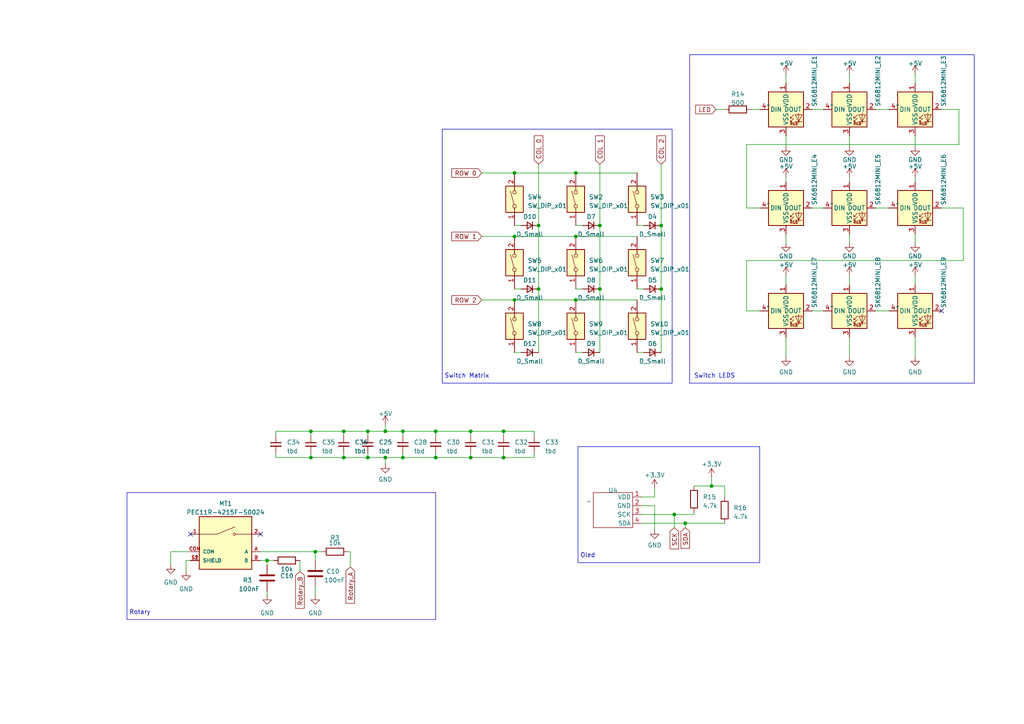
<source format=kicad_sch>
(kicad_sch (version 20230121) (generator eeschema)

  (uuid a8fa880d-b3b8-4f4f-bcea-b97c3dd4a68e)

  (paper "A4")

  (title_block
    (title "User Input and Ouput")
    (date "2023-03-21")
    (rev "V 0.1")
    (company "FHTW")
    (comment 1 "Author: Stundner Marco")
  )

  (lib_symbols
    (symbol "Device:C" (pin_numbers hide) (pin_names (offset 0.254)) (in_bom yes) (on_board yes)
      (property "Reference" "C" (at 0.635 2.54 0)
        (effects (font (size 1.27 1.27)) (justify left))
      )
      (property "Value" "C" (at 0.635 -2.54 0)
        (effects (font (size 1.27 1.27)) (justify left))
      )
      (property "Footprint" "" (at 0.9652 -3.81 0)
        (effects (font (size 1.27 1.27)) hide)
      )
      (property "Datasheet" "~" (at 0 0 0)
        (effects (font (size 1.27 1.27)) hide)
      )
      (property "ki_keywords" "cap capacitor" (at 0 0 0)
        (effects (font (size 1.27 1.27)) hide)
      )
      (property "ki_description" "Unpolarized capacitor" (at 0 0 0)
        (effects (font (size 1.27 1.27)) hide)
      )
      (property "ki_fp_filters" "C_*" (at 0 0 0)
        (effects (font (size 1.27 1.27)) hide)
      )
      (symbol "C_0_1"
        (polyline
          (pts
            (xy -2.032 -0.762)
            (xy 2.032 -0.762)
          )
          (stroke (width 0.508) (type default))
          (fill (type none))
        )
        (polyline
          (pts
            (xy -2.032 0.762)
            (xy 2.032 0.762)
          )
          (stroke (width 0.508) (type default))
          (fill (type none))
        )
      )
      (symbol "C_1_1"
        (pin passive line (at 0 3.81 270) (length 2.794)
          (name "~" (effects (font (size 1.27 1.27))))
          (number "1" (effects (font (size 1.27 1.27))))
        )
        (pin passive line (at 0 -3.81 90) (length 2.794)
          (name "~" (effects (font (size 1.27 1.27))))
          (number "2" (effects (font (size 1.27 1.27))))
        )
      )
    )
    (symbol "Device:C_Small" (pin_numbers hide) (pin_names (offset 0.254) hide) (in_bom yes) (on_board yes)
      (property "Reference" "C" (at 0.254 1.778 0)
        (effects (font (size 1.27 1.27)) (justify left))
      )
      (property "Value" "C_Small" (at 0.254 -2.032 0)
        (effects (font (size 1.27 1.27)) (justify left))
      )
      (property "Footprint" "" (at 0 0 0)
        (effects (font (size 1.27 1.27)) hide)
      )
      (property "Datasheet" "~" (at 0 0 0)
        (effects (font (size 1.27 1.27)) hide)
      )
      (property "ki_keywords" "capacitor cap" (at 0 0 0)
        (effects (font (size 1.27 1.27)) hide)
      )
      (property "ki_description" "Unpolarized capacitor, small symbol" (at 0 0 0)
        (effects (font (size 1.27 1.27)) hide)
      )
      (property "ki_fp_filters" "C_*" (at 0 0 0)
        (effects (font (size 1.27 1.27)) hide)
      )
      (symbol "C_Small_0_1"
        (polyline
          (pts
            (xy -1.524 -0.508)
            (xy 1.524 -0.508)
          )
          (stroke (width 0.3302) (type default))
          (fill (type none))
        )
        (polyline
          (pts
            (xy -1.524 0.508)
            (xy 1.524 0.508)
          )
          (stroke (width 0.3048) (type default))
          (fill (type none))
        )
      )
      (symbol "C_Small_1_1"
        (pin passive line (at 0 2.54 270) (length 2.032)
          (name "~" (effects (font (size 1.27 1.27))))
          (number "1" (effects (font (size 1.27 1.27))))
        )
        (pin passive line (at 0 -2.54 90) (length 2.032)
          (name "~" (effects (font (size 1.27 1.27))))
          (number "2" (effects (font (size 1.27 1.27))))
        )
      )
    )
    (symbol "Device:D_Small" (pin_numbers hide) (pin_names (offset 0.254) hide) (in_bom yes) (on_board yes)
      (property "Reference" "D" (at -1.27 2.032 0)
        (effects (font (size 1.27 1.27)) (justify left))
      )
      (property "Value" "D_Small" (at -3.81 -2.032 0)
        (effects (font (size 1.27 1.27)) (justify left))
      )
      (property "Footprint" "" (at 0 0 90)
        (effects (font (size 1.27 1.27)) hide)
      )
      (property "Datasheet" "~" (at 0 0 90)
        (effects (font (size 1.27 1.27)) hide)
      )
      (property "Sim.Device" "D" (at 0 0 0)
        (effects (font (size 1.27 1.27)) hide)
      )
      (property "Sim.Pins" "1=K 2=A" (at 0 0 0)
        (effects (font (size 1.27 1.27)) hide)
      )
      (property "ki_keywords" "diode" (at 0 0 0)
        (effects (font (size 1.27 1.27)) hide)
      )
      (property "ki_description" "Diode, small symbol" (at 0 0 0)
        (effects (font (size 1.27 1.27)) hide)
      )
      (property "ki_fp_filters" "TO-???* *_Diode_* *SingleDiode* D_*" (at 0 0 0)
        (effects (font (size 1.27 1.27)) hide)
      )
      (symbol "D_Small_0_1"
        (polyline
          (pts
            (xy -0.762 -1.016)
            (xy -0.762 1.016)
          )
          (stroke (width 0.254) (type default))
          (fill (type none))
        )
        (polyline
          (pts
            (xy -0.762 0)
            (xy 0.762 0)
          )
          (stroke (width 0) (type default))
          (fill (type none))
        )
        (polyline
          (pts
            (xy 0.762 -1.016)
            (xy -0.762 0)
            (xy 0.762 1.016)
            (xy 0.762 -1.016)
          )
          (stroke (width 0.254) (type default))
          (fill (type none))
        )
      )
      (symbol "D_Small_1_1"
        (pin passive line (at -2.54 0 0) (length 1.778)
          (name "K" (effects (font (size 1.27 1.27))))
          (number "1" (effects (font (size 1.27 1.27))))
        )
        (pin passive line (at 2.54 0 180) (length 1.778)
          (name "A" (effects (font (size 1.27 1.27))))
          (number "2" (effects (font (size 1.27 1.27))))
        )
      )
    )
    (symbol "Device:R" (pin_numbers hide) (pin_names (offset 0)) (in_bom yes) (on_board yes)
      (property "Reference" "R" (at 2.032 0 90)
        (effects (font (size 1.27 1.27)))
      )
      (property "Value" "R" (at 0 0 90)
        (effects (font (size 1.27 1.27)))
      )
      (property "Footprint" "" (at -1.778 0 90)
        (effects (font (size 1.27 1.27)) hide)
      )
      (property "Datasheet" "~" (at 0 0 0)
        (effects (font (size 1.27 1.27)) hide)
      )
      (property "ki_keywords" "R res resistor" (at 0 0 0)
        (effects (font (size 1.27 1.27)) hide)
      )
      (property "ki_description" "Resistor" (at 0 0 0)
        (effects (font (size 1.27 1.27)) hide)
      )
      (property "ki_fp_filters" "R_*" (at 0 0 0)
        (effects (font (size 1.27 1.27)) hide)
      )
      (symbol "R_0_1"
        (rectangle (start -1.016 -2.54) (end 1.016 2.54)
          (stroke (width 0.254) (type default))
          (fill (type none))
        )
      )
      (symbol "R_1_1"
        (pin passive line (at 0 3.81 270) (length 1.27)
          (name "~" (effects (font (size 1.27 1.27))))
          (number "1" (effects (font (size 1.27 1.27))))
        )
        (pin passive line (at 0 -3.81 90) (length 1.27)
          (name "~" (effects (font (size 1.27 1.27))))
          (number "2" (effects (font (size 1.27 1.27))))
        )
      )
    )
    (symbol "Oled:Oled" (in_bom yes) (on_board yes)
      (property "Reference" "U" (at 6.35 3.81 0)
        (effects (font (size 1.27 1.27)))
      )
      (property "Value" "" (at 0 0 0)
        (effects (font (size 1.27 1.27)))
      )
      (property "Footprint" "" (at 0 0 0)
        (effects (font (size 1.27 1.27)) hide)
      )
      (property "Datasheet" "" (at 0 0 0)
        (effects (font (size 1.27 1.27)) hide)
      )
      (symbol "Oled_0_1"
        (rectangle (start 1.27 2.54) (end 12.7 -7.62)
          (stroke (width 0) (type default))
          (fill (type none))
        )
      )
      (symbol "Oled_1_1"
        (pin input line (at 15.24 1.27 180) (length 2.54)
          (name "VDD" (effects (font (size 1.27 1.27))))
          (number "1" (effects (font (size 1.27 1.27))))
        )
        (pin input line (at 15.24 -1.27 180) (length 2.54)
          (name "GND" (effects (font (size 1.27 1.27))))
          (number "2" (effects (font (size 1.27 1.27))))
        )
        (pin input line (at 15.24 -3.81 180) (length 2.54)
          (name "SCK" (effects (font (size 1.27 1.27))))
          (number "3" (effects (font (size 1.27 1.27))))
        )
        (pin input line (at 15.24 -6.35 180) (length 2.54)
          (name "SDA" (effects (font (size 1.27 1.27))))
          (number "4" (effects (font (size 1.27 1.27))))
        )
      )
    )
    (symbol "PEC11R-4215F-S0024:PEC11R-4215F-S0024" (pin_names (offset 1.016)) (in_bom yes) (on_board yes)
      (property "Reference" "MT" (at -7.62 8.89 0)
        (effects (font (size 1.27 1.27)) (justify left bottom))
      )
      (property "Value" "PEC11R-4215F-S0024" (at -7.62 -8.89 0)
        (effects (font (size 1.27 1.27)) (justify left bottom))
      )
      (property "Footprint" "XDCR_PEC11R-4215F-S0024" (at 0 0 0)
        (effects (font (size 1.27 1.27)) (justify left bottom) hide)
      )
      (property "Datasheet" "" (at 0 0 0)
        (effects (font (size 1.27 1.27)) (justify left bottom) hide)
      )
      (property "PARTREV" "Rev. 09/19" (at 0 0 0)
        (effects (font (size 1.27 1.27)) (justify left bottom) hide)
      )
      (property "MAXIMUM_PACKAGE_HEIGHT" "21.5 mm" (at 0 0 0)
        (effects (font (size 1.27 1.27)) (justify left bottom) hide)
      )
      (property "MANUFACTURER" "J.W.Miller/Bourns" (at 0 0 0)
        (effects (font (size 1.27 1.27)) (justify left bottom) hide)
      )
      (property "STANDARD" "Manufacturer Recommendations" (at 0 0 0)
        (effects (font (size 1.27 1.27)) (justify left bottom) hide)
      )
      (property "ki_locked" "" (at 0 0 0)
        (effects (font (size 1.27 1.27)))
      )
      (symbol "PEC11R-4215F-S0024_0_0"
        (rectangle (start -7.62 -7.62) (end 7.62 7.62)
          (stroke (width 0.254) (type solid))
          (fill (type background))
        )
        (polyline
          (pts
            (xy -2.54 2.54)
            (xy -7.62 2.54)
          )
          (stroke (width 0.1524) (type solid))
          (fill (type none))
        )
        (polyline
          (pts
            (xy -2.54 2.54)
            (xy 2.794 4.6736)
          )
          (stroke (width 0.1524) (type solid))
          (fill (type none))
        )
        (polyline
          (pts
            (xy 7.62 2.54)
            (xy 2.921 2.54)
          )
          (stroke (width 0.1524) (type solid))
          (fill (type none))
        )
        (circle (center 2.54 2.54) (radius 0.3302)
          (stroke (width 0.1524) (type solid))
          (fill (type none))
        )
        (pin passive line (at -10.16 2.54 0) (length 2.54)
          (name "~" (effects (font (size 1.016 1.016))))
          (number "1" (effects (font (size 1.016 1.016))))
        )
        (pin passive line (at 10.16 2.54 180) (length 2.54)
          (name "~" (effects (font (size 1.016 1.016))))
          (number "2" (effects (font (size 1.016 1.016))))
        )
        (pin passive line (at 10.16 -2.54 180) (length 2.54)
          (name "A" (effects (font (size 1.016 1.016))))
          (number "A" (effects (font (size 1.016 1.016))))
        )
        (pin passive line (at 10.16 -5.08 180) (length 2.54)
          (name "B" (effects (font (size 1.016 1.016))))
          (number "B" (effects (font (size 1.016 1.016))))
        )
        (pin passive line (at -10.16 -2.54 0) (length 2.54)
          (name "COM" (effects (font (size 1.016 1.016))))
          (number "COM" (effects (font (size 1.016 1.016))))
        )
        (pin passive line (at -10.16 -5.08 0) (length 2.54)
          (name "SHIELD" (effects (font (size 1.016 1.016))))
          (number "S1" (effects (font (size 1.016 1.016))))
        )
        (pin passive line (at -10.16 -5.08 0) (length 2.54)
          (name "SHIELD" (effects (font (size 1.016 1.016))))
          (number "S2" (effects (font (size 1.016 1.016))))
        )
      )
    )
    (symbol "SK6812MINI_E:SK6812MINI_E" (in_bom yes) (on_board yes)
      (property "Reference" "SK6812MINI_E" (at -3.81 5.08 0)
        (effects (font (size 1.27 1.27)))
      )
      (property "Value" "" (at 0 0 0)
        (effects (font (size 1.27 1.27)))
      )
      (property "Footprint" "" (at 0 0 0)
        (effects (font (size 1.27 1.27)) hide)
      )
      (property "Datasheet" "" (at 0 0 0)
        (effects (font (size 1.27 1.27)) hide)
      )
      (symbol "SK6812MINI_E_0_0"
        (text "RGB" (at 7.366 -5.461 0)
          (effects (font (size 0.762 0.762)))
        )
      )
      (symbol "SK6812MINI_E_0_1"
        (polyline
          (pts
            (xy 6.35 -4.826)
            (xy 6.858 -4.826)
          )
          (stroke (width 0) (type default))
          (fill (type none))
        )
        (polyline
          (pts
            (xy 6.35 -3.81)
            (xy 6.858 -3.81)
          )
          (stroke (width 0) (type default))
          (fill (type none))
        )
        (polyline
          (pts
            (xy 9.779 -4.826)
            (xy 7.747 -4.826)
          )
          (stroke (width 0) (type default))
          (fill (type none))
        )
        (polyline
          (pts
            (xy 7.366 -3.81)
            (xy 6.35 -4.826)
            (xy 6.35 -4.318)
          )
          (stroke (width 0) (type default))
          (fill (type none))
        )
        (polyline
          (pts
            (xy 7.366 -2.794)
            (xy 6.35 -3.81)
            (xy 6.35 -3.302)
          )
          (stroke (width 0) (type default))
          (fill (type none))
        )
        (polyline
          (pts
            (xy 8.763 -2.286)
            (xy 8.763 -4.826)
            (xy 8.763 -5.334)
          )
          (stroke (width 0) (type default))
          (fill (type none))
        )
        (polyline
          (pts
            (xy 9.779 -2.794)
            (xy 7.747 -2.794)
            (xy 8.763 -4.826)
            (xy 9.779 -2.794)
          )
          (stroke (width 0) (type default))
          (fill (type none))
        )
        (rectangle (start 0 3.81) (end 10.16 -6.35)
          (stroke (width 0.254) (type default))
          (fill (type background))
        )
      )
      (symbol "SK6812MINI_E_1_1"
        (pin power_in line (at 5.08 6.35 270) (length 2.54)
          (name "VDD" (effects (font (size 1.27 1.27))))
          (number "1" (effects (font (size 1.27 1.27))))
        )
        (pin output line (at 12.7 -1.27 180) (length 2.54)
          (name "DOUT" (effects (font (size 1.27 1.27))))
          (number "2" (effects (font (size 1.27 1.27))))
        )
        (pin power_in line (at 5.08 -8.89 90) (length 2.54)
          (name "VSS" (effects (font (size 1.27 1.27))))
          (number "3" (effects (font (size 1.27 1.27))))
        )
        (pin input line (at -2.54 -1.27 0) (length 2.54)
          (name "DIN" (effects (font (size 1.27 1.27))))
          (number "4" (effects (font (size 1.27 1.27))))
        )
      )
    )
    (symbol "Switch:SW_DIP_x01" (pin_names (offset 0) hide) (in_bom yes) (on_board yes)
      (property "Reference" "SW" (at 0 3.81 0)
        (effects (font (size 1.27 1.27)))
      )
      (property "Value" "SW_DIP_x01" (at 0 -3.81 0)
        (effects (font (size 1.27 1.27)))
      )
      (property "Footprint" "" (at 0 0 0)
        (effects (font (size 1.27 1.27)) hide)
      )
      (property "Datasheet" "~" (at 0 0 0)
        (effects (font (size 1.27 1.27)) hide)
      )
      (property "ki_keywords" "dip switch" (at 0 0 0)
        (effects (font (size 1.27 1.27)) hide)
      )
      (property "ki_description" "1x DIP Switch, Single Pole Single Throw (SPST) switch, small symbol" (at 0 0 0)
        (effects (font (size 1.27 1.27)) hide)
      )
      (property "ki_fp_filters" "SW?DIP?x1*" (at 0 0 0)
        (effects (font (size 1.27 1.27)) hide)
      )
      (symbol "SW_DIP_x01_0_0"
        (circle (center -2.032 0) (radius 0.508)
          (stroke (width 0) (type default))
          (fill (type none))
        )
        (polyline
          (pts
            (xy -1.524 0.127)
            (xy 2.3622 1.1684)
          )
          (stroke (width 0) (type default))
          (fill (type none))
        )
        (circle (center 2.032 0) (radius 0.508)
          (stroke (width 0) (type default))
          (fill (type none))
        )
      )
      (symbol "SW_DIP_x01_0_1"
        (rectangle (start -3.81 2.54) (end 3.81 -2.54)
          (stroke (width 0.254) (type default))
          (fill (type background))
        )
      )
      (symbol "SW_DIP_x01_1_1"
        (pin passive line (at -7.62 0 0) (length 5.08)
          (name "~" (effects (font (size 1.27 1.27))))
          (number "1" (effects (font (size 1.27 1.27))))
        )
        (pin passive line (at 7.62 0 180) (length 5.08)
          (name "~" (effects (font (size 1.27 1.27))))
          (number "2" (effects (font (size 1.27 1.27))))
        )
      )
    )
    (symbol "power:+3.3V" (power) (pin_names (offset 0)) (in_bom yes) (on_board yes)
      (property "Reference" "#PWR" (at 0 -3.81 0)
        (effects (font (size 1.27 1.27)) hide)
      )
      (property "Value" "+3.3V" (at 0 3.556 0)
        (effects (font (size 1.27 1.27)))
      )
      (property "Footprint" "" (at 0 0 0)
        (effects (font (size 1.27 1.27)) hide)
      )
      (property "Datasheet" "" (at 0 0 0)
        (effects (font (size 1.27 1.27)) hide)
      )
      (property "ki_keywords" "global power" (at 0 0 0)
        (effects (font (size 1.27 1.27)) hide)
      )
      (property "ki_description" "Power symbol creates a global label with name \"+3.3V\"" (at 0 0 0)
        (effects (font (size 1.27 1.27)) hide)
      )
      (symbol "+3.3V_0_1"
        (polyline
          (pts
            (xy -0.762 1.27)
            (xy 0 2.54)
          )
          (stroke (width 0) (type default))
          (fill (type none))
        )
        (polyline
          (pts
            (xy 0 0)
            (xy 0 2.54)
          )
          (stroke (width 0) (type default))
          (fill (type none))
        )
        (polyline
          (pts
            (xy 0 2.54)
            (xy 0.762 1.27)
          )
          (stroke (width 0) (type default))
          (fill (type none))
        )
      )
      (symbol "+3.3V_1_1"
        (pin power_in line (at 0 0 90) (length 0) hide
          (name "+3.3V" (effects (font (size 1.27 1.27))))
          (number "1" (effects (font (size 1.27 1.27))))
        )
      )
    )
    (symbol "power:+5V" (power) (pin_names (offset 0)) (in_bom yes) (on_board yes)
      (property "Reference" "#PWR" (at 0 -3.81 0)
        (effects (font (size 1.27 1.27)) hide)
      )
      (property "Value" "+5V" (at 0 3.556 0)
        (effects (font (size 1.27 1.27)))
      )
      (property "Footprint" "" (at 0 0 0)
        (effects (font (size 1.27 1.27)) hide)
      )
      (property "Datasheet" "" (at 0 0 0)
        (effects (font (size 1.27 1.27)) hide)
      )
      (property "ki_keywords" "global power" (at 0 0 0)
        (effects (font (size 1.27 1.27)) hide)
      )
      (property "ki_description" "Power symbol creates a global label with name \"+5V\"" (at 0 0 0)
        (effects (font (size 1.27 1.27)) hide)
      )
      (symbol "+5V_0_1"
        (polyline
          (pts
            (xy -0.762 1.27)
            (xy 0 2.54)
          )
          (stroke (width 0) (type default))
          (fill (type none))
        )
        (polyline
          (pts
            (xy 0 0)
            (xy 0 2.54)
          )
          (stroke (width 0) (type default))
          (fill (type none))
        )
        (polyline
          (pts
            (xy 0 2.54)
            (xy 0.762 1.27)
          )
          (stroke (width 0) (type default))
          (fill (type none))
        )
      )
      (symbol "+5V_1_1"
        (pin power_in line (at 0 0 90) (length 0) hide
          (name "+5V" (effects (font (size 1.27 1.27))))
          (number "1" (effects (font (size 1.27 1.27))))
        )
      )
    )
    (symbol "power:GND" (power) (pin_names (offset 0)) (in_bom yes) (on_board yes)
      (property "Reference" "#PWR" (at 0 -6.35 0)
        (effects (font (size 1.27 1.27)) hide)
      )
      (property "Value" "GND" (at 0 -3.81 0)
        (effects (font (size 1.27 1.27)))
      )
      (property "Footprint" "" (at 0 0 0)
        (effects (font (size 1.27 1.27)) hide)
      )
      (property "Datasheet" "" (at 0 0 0)
        (effects (font (size 1.27 1.27)) hide)
      )
      (property "ki_keywords" "global power" (at 0 0 0)
        (effects (font (size 1.27 1.27)) hide)
      )
      (property "ki_description" "Power symbol creates a global label with name \"GND\" , ground" (at 0 0 0)
        (effects (font (size 1.27 1.27)) hide)
      )
      (symbol "GND_0_1"
        (polyline
          (pts
            (xy 0 0)
            (xy 0 -1.27)
            (xy 1.27 -1.27)
            (xy 0 -2.54)
            (xy -1.27 -1.27)
            (xy 0 -1.27)
          )
          (stroke (width 0) (type default))
          (fill (type none))
        )
      )
      (symbol "GND_1_1"
        (pin power_in line (at 0 0 270) (length 0) hide
          (name "GND" (effects (font (size 1.27 1.27))))
          (number "1" (effects (font (size 1.27 1.27))))
        )
      )
    )
  )

  (junction (at 116.84 132.715) (diameter 0) (color 0 0 0 0)
    (uuid 05ec8e3e-1503-4e66-a08a-b9e0578c9959)
  )
  (junction (at 146.05 125.095) (diameter 0) (color 0 0 0 0)
    (uuid 11b06f75-195c-4939-a0fc-f68a8c2b53a0)
  )
  (junction (at 156.21 65.405) (diameter 0) (color 0 0 0 0)
    (uuid 1415e3ee-0a44-47db-9b67-2ab4c25d925b)
  )
  (junction (at 106.68 125.095) (diameter 0) (color 0 0 0 0)
    (uuid 149a6734-4612-44c0-80d3-c22fb2a26bd4)
  )
  (junction (at 77.47 162.56) (diameter 0) (color 0 0 0 0)
    (uuid 19c13545-2a78-4587-89f2-7b2d13fad40b)
  )
  (junction (at 106.68 132.715) (diameter 0) (color 0 0 0 0)
    (uuid 1ffd0e1e-73a0-49f5-9611-af894510c72b)
  )
  (junction (at 146.05 132.715) (diameter 0) (color 0 0 0 0)
    (uuid 24847412-24aa-4c94-881f-28c7bea34a73)
  )
  (junction (at 90.17 125.095) (diameter 0) (color 0 0 0 0)
    (uuid 3860c96c-0367-4c08-876a-1294dabb7718)
  )
  (junction (at 136.525 125.095) (diameter 0) (color 0 0 0 0)
    (uuid 3e76d7eb-1da4-40c8-9726-ef59f1e4e40c)
  )
  (junction (at 173.99 83.82) (diameter 0) (color 0 0 0 0)
    (uuid 41d89bdf-1b2b-4c5b-88f7-ef1784fa67ae)
  )
  (junction (at 90.17 132.715) (diameter 0) (color 0 0 0 0)
    (uuid 4208eed3-912e-4129-86fd-0fecc4735def)
  )
  (junction (at 111.76 125.095) (diameter 0) (color 0 0 0 0)
    (uuid 4dec63c2-ed28-4285-bfd1-b0e4a9c2c30c)
  )
  (junction (at 195.58 149.225) (diameter 0) (color 0 0 0 0)
    (uuid 4ea8ed80-da1d-4078-9022-b7290e0189c2)
  )
  (junction (at 99.695 132.715) (diameter 0) (color 0 0 0 0)
    (uuid 54840ec3-0fbe-48d7-b915-be126b1d2d55)
  )
  (junction (at 156.21 83.82) (diameter 0) (color 0 0 0 0)
    (uuid 618fa312-fb3b-4c1d-985b-4df05c7e6049)
  )
  (junction (at 167.005 86.995) (diameter 0) (color 0 0 0 0)
    (uuid 656fcb42-e4e8-4b02-a8bf-04659fe120c5)
  )
  (junction (at 149.225 68.58) (diameter 0) (color 0 0 0 0)
    (uuid 77bc08c7-576f-498c-9d83-e3a757eaae5d)
  )
  (junction (at 149.225 50.165) (diameter 0) (color 0 0 0 0)
    (uuid 84431ae3-62c8-4711-8583-4da249656924)
  )
  (junction (at 167.005 68.58) (diameter 0) (color 0 0 0 0)
    (uuid 87ad706c-41dc-44c8-be9f-a82301663d08)
  )
  (junction (at 116.84 125.095) (diameter 0) (color 0 0 0 0)
    (uuid 88842d04-b69a-40ae-b856-6e73e53db9a5)
  )
  (junction (at 198.755 151.765) (diameter 0) (color 0 0 0 0)
    (uuid 95206521-e340-41c9-8f29-4c82654cd433)
  )
  (junction (at 173.99 65.405) (diameter 0) (color 0 0 0 0)
    (uuid 9820a267-d0e6-4dd7-a388-b8f1d98d0ba2)
  )
  (junction (at 136.525 132.715) (diameter 0) (color 0 0 0 0)
    (uuid a8bc39cb-e690-454e-aa0a-55c771723614)
  )
  (junction (at 91.44 160.02) (diameter 0) (color 0 0 0 0)
    (uuid ac6866c4-6a51-44e1-bdf1-2e970c7e8e58)
  )
  (junction (at 167.005 50.165) (diameter 0) (color 0 0 0 0)
    (uuid b4dc1c51-d6f9-46ae-98b5-b517895b20a5)
  )
  (junction (at 126.365 132.715) (diameter 0) (color 0 0 0 0)
    (uuid b6556848-aa0a-4181-bb47-5a99a52bf553)
  )
  (junction (at 191.77 83.82) (diameter 0) (color 0 0 0 0)
    (uuid c87217f5-6abd-442e-9452-249063404eae)
  )
  (junction (at 99.695 125.095) (diameter 0) (color 0 0 0 0)
    (uuid d675448c-1501-4459-954d-fefddadad61f)
  )
  (junction (at 191.77 65.405) (diameter 0) (color 0 0 0 0)
    (uuid dd4d3c98-1fad-44a1-b595-b4df0905171d)
  )
  (junction (at 126.365 125.095) (diameter 0) (color 0 0 0 0)
    (uuid e9ffd3f6-e341-42ef-97eb-6af2473cb556)
  )
  (junction (at 206.375 140.97) (diameter 0) (color 0 0 0 0)
    (uuid f9b6aaa8-7945-4e63-b5f3-e58535358b92)
  )
  (junction (at 149.225 86.995) (diameter 0) (color 0 0 0 0)
    (uuid fba063a8-e373-49fd-b648-685d2ebd6d7c)
  )
  (junction (at 111.76 132.715) (diameter 0) (color 0 0 0 0)
    (uuid fe791228-d6d9-466a-a4bd-e752e6be9e06)
  )

  (no_connect (at 55.245 154.94) (uuid 10682acb-0960-4299-b981-f8702535d600))
  (no_connect (at 273.05 90.17) (uuid 386d78ac-2124-45d7-98c0-70b3b52d06ae))
  (no_connect (at 75.565 154.94) (uuid c2f752dc-4c01-4aae-b8dc-ec20c3db3989))

  (wire (pts (xy 265.43 51.435) (xy 265.43 52.705))
    (stroke (width 0) (type default))
    (uuid 054da953-a859-4ca4-9c79-cd486c51aa12)
  )
  (wire (pts (xy 111.76 123.19) (xy 111.76 125.095))
    (stroke (width 0) (type default))
    (uuid 05a8c638-0653-496d-8f6b-9e36a127588e)
  )
  (wire (pts (xy 279.4 60.325) (xy 279.4 75.565))
    (stroke (width 0) (type default))
    (uuid 06c0e54a-960e-4025-8fb9-070d72b0090a)
  )
  (wire (pts (xy 111.76 132.715) (xy 116.84 132.715))
    (stroke (width 0) (type default))
    (uuid 08d2bcbb-e42b-4703-ab76-04f236609088)
  )
  (wire (pts (xy 265.43 80.01) (xy 265.43 82.55))
    (stroke (width 0) (type default))
    (uuid 08fcd4b8-2d32-44ea-ae92-eb08207bc8ea)
  )
  (wire (pts (xy 184.785 102.235) (xy 186.69 102.235))
    (stroke (width 0) (type default))
    (uuid 0e0b5468-bd7e-432b-b758-4d1e60b6d901)
  )
  (wire (pts (xy 227.965 39.37) (xy 227.965 42.545))
    (stroke (width 0) (type default))
    (uuid 0f91209c-ef43-4ce0-822a-b4368b7df48f)
  )
  (wire (pts (xy 246.38 39.37) (xy 246.38 42.545))
    (stroke (width 0) (type default))
    (uuid 1227db11-d04d-4c39-9d3d-452466e90194)
  )
  (wire (pts (xy 186.055 151.765) (xy 198.755 151.765))
    (stroke (width 0) (type default))
    (uuid 14f98234-db83-40b5-b8ff-2ca3c2fa3d52)
  )
  (wire (pts (xy 139.7 68.58) (xy 149.225 68.58))
    (stroke (width 0) (type default))
    (uuid 15495004-6cef-4f3c-9ea5-f315d827b5fd)
  )
  (wire (pts (xy 173.99 47.625) (xy 173.99 65.405))
    (stroke (width 0) (type default))
    (uuid 182ba038-d6c6-440d-a622-eb47cfb2900f)
  )
  (wire (pts (xy 101.6 160.02) (xy 101.6 164.465))
    (stroke (width 0) (type default))
    (uuid 19c89bbd-242c-4365-9174-d4253d0c79e4)
  )
  (wire (pts (xy 235.585 90.17) (xy 238.76 90.17))
    (stroke (width 0) (type default))
    (uuid 1a0b9e51-be84-4250-ac34-405539fb8268)
  )
  (wire (pts (xy 146.05 125.095) (xy 146.05 126.365))
    (stroke (width 0) (type default))
    (uuid 1c3fae3a-38e2-4a6b-8ff5-0527c1f2c428)
  )
  (wire (pts (xy 80.01 126.365) (xy 80.01 125.095))
    (stroke (width 0) (type default))
    (uuid 1dc58854-f721-48e5-9880-6635a15d1e93)
  )
  (wire (pts (xy 167.005 102.235) (xy 168.91 102.235))
    (stroke (width 0) (type default))
    (uuid 21ffa422-4b7a-40f6-9ee1-ba82e1654c05)
  )
  (wire (pts (xy 77.47 171.45) (xy 77.47 172.72))
    (stroke (width 0) (type default))
    (uuid 23abfc95-6ffb-466b-86bd-884755d2bb8c)
  )
  (wire (pts (xy 227.965 67.945) (xy 227.965 70.485))
    (stroke (width 0) (type default))
    (uuid 23e19c34-4cc5-41e4-9992-d105fca5fb5b)
  )
  (wire (pts (xy 201.295 149.225) (xy 201.295 148.59))
    (stroke (width 0) (type default))
    (uuid 264bb34d-84ad-4004-aa05-5d6e56420223)
  )
  (wire (pts (xy 195.58 149.225) (xy 195.58 153.035))
    (stroke (width 0) (type default))
    (uuid 26574795-3e29-487d-a2d0-702d0f856bf9)
  )
  (wire (pts (xy 149.225 83.82) (xy 151.13 83.82))
    (stroke (width 0) (type default))
    (uuid 276106b4-1e70-4554-a098-948295c2da03)
  )
  (wire (pts (xy 189.865 146.685) (xy 189.865 153.67))
    (stroke (width 0) (type default))
    (uuid 27ad315c-45c7-4f91-b617-f8d9629ef267)
  )
  (wire (pts (xy 265.43 39.37) (xy 265.43 42.545))
    (stroke (width 0) (type default))
    (uuid 28c64b11-d5e0-4503-b78e-d11fb9261a16)
  )
  (wire (pts (xy 246.38 51.435) (xy 246.38 52.705))
    (stroke (width 0) (type default))
    (uuid 350a0a4e-8efa-4761-b99e-09d5c471bb95)
  )
  (wire (pts (xy 227.965 97.79) (xy 227.965 103.505))
    (stroke (width 0) (type default))
    (uuid 38193e48-9689-43f8-bb16-048b381f19df)
  )
  (wire (pts (xy 149.225 102.235) (xy 151.13 102.235))
    (stroke (width 0) (type default))
    (uuid 3a479af8-7a0e-4440-8d38-bee92d62a215)
  )
  (wire (pts (xy 149.225 86.995) (xy 167.005 86.995))
    (stroke (width 0) (type default))
    (uuid 3a7bb591-bede-42aa-9bbe-5b48743cd424)
  )
  (wire (pts (xy 216.535 75.565) (xy 279.4 75.565))
    (stroke (width 0) (type default))
    (uuid 3c8c686c-83d4-406e-8165-fbeb82609c3f)
  )
  (wire (pts (xy 75.565 160.02) (xy 91.44 160.02))
    (stroke (width 0) (type default))
    (uuid 3ca02ecd-3c73-4c05-b18d-ab035a82a797)
  )
  (wire (pts (xy 246.38 97.79) (xy 246.38 103.505))
    (stroke (width 0) (type default))
    (uuid 3ea2e48c-4add-4430-8663-533757d35a85)
  )
  (wire (pts (xy 191.77 47.625) (xy 191.77 65.405))
    (stroke (width 0) (type default))
    (uuid 3f151ef3-2c6b-4808-875c-3089100b76f4)
  )
  (wire (pts (xy 146.05 131.445) (xy 146.05 132.715))
    (stroke (width 0) (type default))
    (uuid 3fcc0bd7-3468-4c6a-bccc-0c92e4ce9d0f)
  )
  (wire (pts (xy 265.43 67.945) (xy 265.43 70.485))
    (stroke (width 0) (type default))
    (uuid 4272d5ec-f7b1-4a65-bbb1-b31c9b2fb00b)
  )
  (wire (pts (xy 149.225 68.58) (xy 167.005 68.58))
    (stroke (width 0) (type default))
    (uuid 42a40452-08b5-4f87-b382-e36da620dfe2)
  )
  (wire (pts (xy 53.975 162.56) (xy 55.245 162.56))
    (stroke (width 0) (type default))
    (uuid 4a60cfa9-476b-42e7-9e11-8b166a86643f)
  )
  (wire (pts (xy 77.47 162.56) (xy 79.375 162.56))
    (stroke (width 0) (type default))
    (uuid 4ed6017b-cf20-41e1-9ea7-f5aad8cb31e1)
  )
  (wire (pts (xy 111.76 132.715) (xy 111.76 134.62))
    (stroke (width 0) (type default))
    (uuid 52592470-bac5-4282-8a09-c40dad7b250e)
  )
  (wire (pts (xy 149.225 65.405) (xy 151.13 65.405))
    (stroke (width 0) (type default))
    (uuid 54596db5-104c-4150-a570-5f01549c0a49)
  )
  (wire (pts (xy 198.755 151.765) (xy 198.755 153.035))
    (stroke (width 0) (type default))
    (uuid 5eb77979-4e1d-4a27-ac83-6e1068f51738)
  )
  (wire (pts (xy 80.01 131.445) (xy 80.01 132.715))
    (stroke (width 0) (type default))
    (uuid 65485e30-0af0-4a15-967c-ee7def780d56)
  )
  (wire (pts (xy 246.38 21.59) (xy 246.38 24.13))
    (stroke (width 0) (type default))
    (uuid 6b915968-fb5e-4722-b27d-d2e203feee56)
  )
  (wire (pts (xy 100.965 160.02) (xy 101.6 160.02))
    (stroke (width 0) (type default))
    (uuid 6ce61a48-c838-41b5-a153-8d9369475a99)
  )
  (wire (pts (xy 49.53 163.83) (xy 49.53 160.02))
    (stroke (width 0) (type default))
    (uuid 6d901019-cd9f-4744-9fb7-41dc5a3430d3)
  )
  (wire (pts (xy 167.005 68.58) (xy 184.785 68.58))
    (stroke (width 0) (type default))
    (uuid 6da2f9c3-0273-4b32-b3d7-bdf931750af7)
  )
  (wire (pts (xy 53.975 165.735) (xy 53.975 162.56))
    (stroke (width 0) (type default))
    (uuid 6fc85909-35f4-4f3a-b1d7-799d5ccac35e)
  )
  (wire (pts (xy 254 31.75) (xy 257.81 31.75))
    (stroke (width 0) (type default))
    (uuid 70057a74-ac79-47f5-8531-718cb603cc98)
  )
  (wire (pts (xy 265.43 97.79) (xy 265.43 103.505))
    (stroke (width 0) (type default))
    (uuid 77aaa41c-7971-4174-bb45-a836447dbafd)
  )
  (wire (pts (xy 265.43 21.59) (xy 265.43 24.13))
    (stroke (width 0) (type default))
    (uuid 7941c876-c53f-4caa-ab0e-e7fd4e09f54f)
  )
  (wire (pts (xy 154.94 132.715) (xy 154.94 131.445))
    (stroke (width 0) (type default))
    (uuid 7a62e403-9caf-4f9c-b263-59601ceccc01)
  )
  (wire (pts (xy 254 90.17) (xy 257.81 90.17))
    (stroke (width 0) (type default))
    (uuid 7b5f78db-609b-4ab4-a593-371de09d049e)
  )
  (wire (pts (xy 90.17 125.095) (xy 90.17 126.365))
    (stroke (width 0) (type default))
    (uuid 7bd0eb91-2e1b-4149-8fcc-95ed328611f6)
  )
  (wire (pts (xy 227.965 80.01) (xy 227.965 82.55))
    (stroke (width 0) (type default))
    (uuid 7ed4e165-5412-4a9d-b08a-5ab7b7d6a555)
  )
  (wire (pts (xy 99.695 132.715) (xy 106.68 132.715))
    (stroke (width 0) (type default))
    (uuid 8079509b-2e1f-405d-bedc-75a8e7c2aa82)
  )
  (wire (pts (xy 86.995 162.56) (xy 86.995 165.735))
    (stroke (width 0) (type default))
    (uuid 825dfb84-ca07-4b66-b750-84e2bb3b1db9)
  )
  (wire (pts (xy 146.05 125.095) (xy 154.94 125.095))
    (stroke (width 0) (type default))
    (uuid 83f7cb5f-7304-4bad-ad78-faa8421c1ec0)
  )
  (wire (pts (xy 146.05 132.715) (xy 154.94 132.715))
    (stroke (width 0) (type default))
    (uuid 88af87e9-44f0-4e32-93c6-c84556cb48db)
  )
  (wire (pts (xy 206.375 140.97) (xy 206.375 138.43))
    (stroke (width 0) (type default))
    (uuid 8a5155bf-7f41-4a1b-8d91-5037a9d18f1f)
  )
  (wire (pts (xy 201.295 140.97) (xy 206.375 140.97))
    (stroke (width 0) (type default))
    (uuid 8ff60a66-d26d-400a-bcb1-0f442f4aaadf)
  )
  (wire (pts (xy 116.84 131.445) (xy 116.84 132.715))
    (stroke (width 0) (type default))
    (uuid 904c8112-1cdd-4415-b436-020da1c24ce0)
  )
  (wire (pts (xy 217.805 31.75) (xy 220.345 31.75))
    (stroke (width 0) (type default))
    (uuid 90851740-b891-40ca-90f6-f138c3e2eac9)
  )
  (wire (pts (xy 116.84 125.095) (xy 126.365 125.095))
    (stroke (width 0) (type default))
    (uuid 92cb8562-31a4-4d0f-b2e0-9fbe7e6262e8)
  )
  (wire (pts (xy 278.13 31.75) (xy 278.13 41.91))
    (stroke (width 0) (type default))
    (uuid 93bd763c-9c1e-4da4-8837-a06627aafedd)
  )
  (wire (pts (xy 49.53 160.02) (xy 55.245 160.02))
    (stroke (width 0) (type default))
    (uuid 9690d0ef-c1e8-4a5f-b568-2ca469ed8d39)
  )
  (wire (pts (xy 156.21 65.405) (xy 156.21 83.82))
    (stroke (width 0) (type default))
    (uuid 984697f8-3924-45b1-abc6-7803907544db)
  )
  (wire (pts (xy 167.005 86.995) (xy 184.785 86.995))
    (stroke (width 0) (type default))
    (uuid 987f9d3e-c70f-40e9-b91d-ac7e4e1f5906)
  )
  (wire (pts (xy 106.68 125.095) (xy 111.76 125.095))
    (stroke (width 0) (type default))
    (uuid 98f70f50-6da2-4958-bf97-24968cfb6eab)
  )
  (wire (pts (xy 106.68 132.715) (xy 111.76 132.715))
    (stroke (width 0) (type default))
    (uuid 9cd1995c-0dc1-4de9-b731-11c38bf75ed1)
  )
  (wire (pts (xy 167.005 50.165) (xy 184.785 50.165))
    (stroke (width 0) (type default))
    (uuid 9f3afd11-8833-49b2-b710-4d1adee4d942)
  )
  (wire (pts (xy 126.365 125.095) (xy 136.525 125.095))
    (stroke (width 0) (type default))
    (uuid 9fca0481-2df6-4918-9d76-5e45e685db04)
  )
  (wire (pts (xy 80.01 132.715) (xy 90.17 132.715))
    (stroke (width 0) (type default))
    (uuid a1ff970c-3b9a-4954-b9bb-f31c52b80219)
  )
  (wire (pts (xy 186.055 146.685) (xy 189.865 146.685))
    (stroke (width 0) (type default))
    (uuid a3b2400b-d532-4253-b851-50bfc00910dc)
  )
  (wire (pts (xy 91.44 160.02) (xy 91.44 162.56))
    (stroke (width 0) (type default))
    (uuid a4896c6e-6334-4da0-a1a3-9cd1cc32ac54)
  )
  (wire (pts (xy 216.535 75.565) (xy 216.535 90.17))
    (stroke (width 0) (type default))
    (uuid a506e484-72c2-4260-941e-5b86eb6a3218)
  )
  (wire (pts (xy 106.68 131.445) (xy 106.68 132.715))
    (stroke (width 0) (type default))
    (uuid a5724632-237c-4bb2-9897-0ce6b2a6aee7)
  )
  (wire (pts (xy 116.84 125.095) (xy 116.84 126.365))
    (stroke (width 0) (type default))
    (uuid aa7c2039-2f9e-4e76-8fd9-6de74afaa6c1)
  )
  (wire (pts (xy 156.21 47.625) (xy 156.21 65.405))
    (stroke (width 0) (type default))
    (uuid aba047bd-a17b-4d1c-a853-22e9d4b09890)
  )
  (wire (pts (xy 191.77 65.405) (xy 191.77 83.82))
    (stroke (width 0) (type default))
    (uuid ae039b32-ec3d-417e-aa47-3de9d5270ffe)
  )
  (wire (pts (xy 246.38 67.945) (xy 246.38 70.485))
    (stroke (width 0) (type default))
    (uuid af74cdb6-1dda-442b-af9d-505f6ab928b2)
  )
  (wire (pts (xy 246.38 80.01) (xy 246.38 82.55))
    (stroke (width 0) (type default))
    (uuid b1a77b13-eaad-4f55-be53-fe22dcf420f8)
  )
  (wire (pts (xy 154.94 125.095) (xy 154.94 126.365))
    (stroke (width 0) (type default))
    (uuid b28a5690-0f7a-4867-a243-5fdda1ab3e6c)
  )
  (wire (pts (xy 126.365 131.445) (xy 126.365 132.715))
    (stroke (width 0) (type default))
    (uuid b394d5a5-e4a3-41af-adc2-1811db199129)
  )
  (wire (pts (xy 99.695 131.445) (xy 99.695 132.715))
    (stroke (width 0) (type default))
    (uuid b41068b8-465a-4e77-9643-7c77eef6c680)
  )
  (wire (pts (xy 126.365 132.715) (xy 136.525 132.715))
    (stroke (width 0) (type default))
    (uuid b77a7d44-6b34-4ff5-8307-9c72925a46ce)
  )
  (wire (pts (xy 207.645 31.75) (xy 210.185 31.75))
    (stroke (width 0) (type default))
    (uuid b9825fe8-5c00-4763-a015-731d2b54cb87)
  )
  (wire (pts (xy 136.525 131.445) (xy 136.525 132.715))
    (stroke (width 0) (type default))
    (uuid ba6f17c1-88a6-442f-87d8-dd477ce7a11f)
  )
  (wire (pts (xy 186.055 144.145) (xy 189.865 144.145))
    (stroke (width 0) (type default))
    (uuid bd7bed43-762a-490a-9978-6885aaf2f8fd)
  )
  (wire (pts (xy 173.99 83.82) (xy 173.99 102.235))
    (stroke (width 0) (type default))
    (uuid bd9485c7-1f1b-4ecc-9203-803e09efc6ef)
  )
  (wire (pts (xy 116.84 132.715) (xy 126.365 132.715))
    (stroke (width 0) (type default))
    (uuid bfb2ccd1-ab04-4ff3-8fc4-1f789f2d5980)
  )
  (wire (pts (xy 90.17 131.445) (xy 90.17 132.715))
    (stroke (width 0) (type default))
    (uuid c106b39b-86be-446b-b2af-9bf4c0a5ea1e)
  )
  (wire (pts (xy 149.225 50.165) (xy 167.005 50.165))
    (stroke (width 0) (type default))
    (uuid c1642b9c-8684-413d-abcd-9503e50418a8)
  )
  (wire (pts (xy 216.535 60.325) (xy 220.345 60.325))
    (stroke (width 0) (type default))
    (uuid c68705d2-4855-48b5-99bd-441977283053)
  )
  (wire (pts (xy 191.77 83.82) (xy 191.77 102.235))
    (stroke (width 0) (type default))
    (uuid c7421241-6588-47d3-910b-21fe47512fa4)
  )
  (wire (pts (xy 216.535 41.91) (xy 216.535 60.325))
    (stroke (width 0) (type default))
    (uuid c94d5d4d-c20b-4463-812e-305c78b88ef5)
  )
  (wire (pts (xy 167.005 65.405) (xy 168.91 65.405))
    (stroke (width 0) (type default))
    (uuid cb46a886-be89-4ef5-8659-9868a6aae7c4)
  )
  (wire (pts (xy 90.17 132.715) (xy 99.695 132.715))
    (stroke (width 0) (type default))
    (uuid cbd917a4-d557-46a3-a187-698fcc3e13c8)
  )
  (wire (pts (xy 111.76 125.095) (xy 116.84 125.095))
    (stroke (width 0) (type default))
    (uuid cdfc018f-788b-453c-9ae0-2f564096d52e)
  )
  (wire (pts (xy 136.525 125.095) (xy 146.05 125.095))
    (stroke (width 0) (type default))
    (uuid ce088e21-c6b4-4739-a7fa-7d73fa04267a)
  )
  (wire (pts (xy 186.055 149.225) (xy 195.58 149.225))
    (stroke (width 0) (type default))
    (uuid ce4be33a-2857-402e-bfaa-d71075563bf5)
  )
  (wire (pts (xy 206.375 140.97) (xy 210.185 140.97))
    (stroke (width 0) (type default))
    (uuid cf301105-7f1a-44a8-b770-71e724e2b877)
  )
  (wire (pts (xy 184.785 83.82) (xy 186.69 83.82))
    (stroke (width 0) (type default))
    (uuid d24311b3-35ae-424c-ac57-812cf0e33c0c)
  )
  (wire (pts (xy 90.17 125.095) (xy 99.695 125.095))
    (stroke (width 0) (type default))
    (uuid d3cf7ce6-6545-4acd-8206-ff09185a63c4)
  )
  (wire (pts (xy 77.47 162.56) (xy 77.47 163.83))
    (stroke (width 0) (type default))
    (uuid d6f597c2-5286-4837-bf3e-075f85bf17e4)
  )
  (wire (pts (xy 235.585 31.75) (xy 238.76 31.75))
    (stroke (width 0) (type default))
    (uuid da4c0ea7-e1b9-4c4f-a13b-3980f3bf1483)
  )
  (wire (pts (xy 227.965 21.59) (xy 227.965 24.13))
    (stroke (width 0) (type default))
    (uuid da9ea316-6725-4747-81c0-2b8935f179d8)
  )
  (wire (pts (xy 227.965 51.435) (xy 227.965 52.705))
    (stroke (width 0) (type default))
    (uuid dacc2417-9c44-40e9-bcc7-b4cbf855c88e)
  )
  (wire (pts (xy 216.535 90.17) (xy 220.345 90.17))
    (stroke (width 0) (type default))
    (uuid dc9cf86d-5827-4381-a879-e0bf6fc9a07c)
  )
  (wire (pts (xy 106.68 126.365) (xy 106.68 125.095))
    (stroke (width 0) (type default))
    (uuid de139e4c-9b14-4b22-82e7-e7f388853963)
  )
  (wire (pts (xy 235.585 60.325) (xy 238.76 60.325))
    (stroke (width 0) (type default))
    (uuid de1f9352-93d1-4e0a-89ff-9123805b65c3)
  )
  (wire (pts (xy 80.01 125.095) (xy 90.17 125.095))
    (stroke (width 0) (type default))
    (uuid de29b49b-dde2-4a41-af3d-654188f59d3c)
  )
  (wire (pts (xy 173.99 65.405) (xy 173.99 83.82))
    (stroke (width 0) (type default))
    (uuid de4a3a12-22f9-4b60-8ddf-7cfaff4619db)
  )
  (wire (pts (xy 136.525 132.715) (xy 146.05 132.715))
    (stroke (width 0) (type default))
    (uuid e155c237-d573-43f2-9610-6ecd65a928c2)
  )
  (wire (pts (xy 99.695 125.095) (xy 99.695 126.365))
    (stroke (width 0) (type default))
    (uuid e1af2d97-4e77-4c81-a1c7-48d2e944837b)
  )
  (wire (pts (xy 210.185 140.97) (xy 210.185 144.145))
    (stroke (width 0) (type default))
    (uuid e4c579f0-12a7-44e5-9900-dc97bb24954a)
  )
  (wire (pts (xy 167.005 83.82) (xy 168.91 83.82))
    (stroke (width 0) (type default))
    (uuid e7ae2338-f815-452c-863e-ba35806c24ca)
  )
  (wire (pts (xy 91.44 170.18) (xy 91.44 172.72))
    (stroke (width 0) (type default))
    (uuid e7ca6dd5-44a2-4678-96bd-3e54a3cd6ca1)
  )
  (wire (pts (xy 99.695 125.095) (xy 106.68 125.095))
    (stroke (width 0) (type default))
    (uuid ebc9cee0-3124-4212-af38-41f777e44f14)
  )
  (wire (pts (xy 139.7 86.995) (xy 149.225 86.995))
    (stroke (width 0) (type default))
    (uuid ec7dcb3e-cbb5-4d9e-b304-53ac8081a76f)
  )
  (wire (pts (xy 198.755 151.765) (xy 210.185 151.765))
    (stroke (width 0) (type default))
    (uuid efb4bb4e-830b-4d42-8140-93a658a4e2c9)
  )
  (wire (pts (xy 195.58 149.225) (xy 201.295 149.225))
    (stroke (width 0) (type default))
    (uuid f0d19de2-47fe-4559-a9d4-092115819347)
  )
  (wire (pts (xy 273.05 60.325) (xy 279.4 60.325))
    (stroke (width 0) (type default))
    (uuid f1a4cf27-41c4-46a5-a6dd-2b9c3a721fa8)
  )
  (wire (pts (xy 75.565 162.56) (xy 77.47 162.56))
    (stroke (width 0) (type default))
    (uuid f2ca8180-66a2-4aeb-8362-bdf05a4156c8)
  )
  (wire (pts (xy 136.525 125.095) (xy 136.525 126.365))
    (stroke (width 0) (type default))
    (uuid f480adb2-f5eb-4255-a763-97fc98561a28)
  )
  (wire (pts (xy 91.44 160.02) (xy 93.345 160.02))
    (stroke (width 0) (type default))
    (uuid f5328dfc-fdab-474f-9047-d4694bce732d)
  )
  (wire (pts (xy 184.785 65.405) (xy 186.69 65.405))
    (stroke (width 0) (type default))
    (uuid f57cd07c-75b4-4cc8-b321-14139409d2a0)
  )
  (wire (pts (xy 139.7 50.165) (xy 149.225 50.165))
    (stroke (width 0) (type default))
    (uuid f59b94a5-7ced-48bb-836a-4cc897997908)
  )
  (wire (pts (xy 273.05 31.75) (xy 278.13 31.75))
    (stroke (width 0) (type default))
    (uuid f5e9d0f0-5c02-49cc-b562-2e1c97d6ea25)
  )
  (wire (pts (xy 278.13 41.91) (xy 216.535 41.91))
    (stroke (width 0) (type default))
    (uuid f6c354db-8322-4ed5-b816-7a68894d0661)
  )
  (wire (pts (xy 156.21 83.82) (xy 156.21 102.235))
    (stroke (width 0) (type default))
    (uuid fbea2513-0a5d-455c-a9da-e14cca126d47)
  )
  (wire (pts (xy 126.365 125.095) (xy 126.365 126.365))
    (stroke (width 0) (type default))
    (uuid fc85a376-eca4-4c82-9322-d005a4594d34)
  )
  (wire (pts (xy 189.865 144.145) (xy 189.865 141.605))
    (stroke (width 0) (type default))
    (uuid fd809a0d-bd40-44d2-86f2-4d1935e418f8)
  )
  (wire (pts (xy 254 60.325) (xy 257.81 60.325))
    (stroke (width 0) (type default))
    (uuid ffd1161c-4fd3-48b8-9c30-b2e51486ba5d)
  )

  (rectangle (start 200.025 15.875) (end 282.575 111.125)
    (stroke (width 0) (type default))
    (fill (type none))
    (uuid 4ddde849-7a24-47b1-96e4-91e02905726b)
  )
  (rectangle (start 36.83 142.875) (end 126.365 179.705)
    (stroke (width 0) (type default))
    (fill (type none))
    (uuid 7642f101-3bbb-4f64-b8e5-f03bc7fe10ab)
  )
  (rectangle (start 128.27 37.465) (end 194.945 111.125)
    (stroke (width 0) (type default))
    (fill (type none))
    (uuid c7ee7320-c52a-47e8-a018-ae8d9f0618d1)
  )
  (rectangle (start 167.64 129.54) (end 220.345 163.195)
    (stroke (width 0) (type default))
    (fill (type none))
    (uuid e16c82e2-3fee-45ce-8680-5361a63d8323)
  )

  (text "Switch LEDS\n" (at 201.295 109.855 0)
    (effects (font (size 1.27 1.27)) (justify left bottom))
    (uuid 415ca9d9-53e9-4ee2-b4ce-72ffe620b724)
  )
  (text "Switch Matrix\n" (at 128.905 109.855 0)
    (effects (font (size 1.27 1.27)) (justify left bottom))
    (uuid 58dc2e70-70ff-42cd-a271-77b96f0bce80)
  )
  (text "Rotary" (at 37.465 178.435 0)
    (effects (font (size 1.27 1.27)) (justify left bottom))
    (uuid 79d15a74-9114-4fea-975e-5ec31e5e3800)
  )
  (text "Oled" (at 168.275 161.925 0)
    (effects (font (size 1.27 1.27)) (justify left bottom))
    (uuid fe2fa56a-7f75-4bc2-9918-dc321012dc96)
  )

  (global_label "ROW 0" (shape input) (at 139.7 50.165 180) (fields_autoplaced)
    (effects (font (size 1.27 1.27)) (justify right))
    (uuid 26344f0b-2b21-4d73-adda-d0fb3943b3f2)
    (property "Intersheetrefs" "${INTERSHEET_REFS}" (at 130.7708 50.165 0)
      (effects (font (size 1.27 1.27)) (justify right) hide)
    )
  )
  (global_label "COL 2" (shape input) (at 191.77 47.625 90) (fields_autoplaced)
    (effects (font (size 1.27 1.27)) (justify left))
    (uuid 35458fbc-d0b2-4b16-a10d-0b35ed7cf289)
    (property "Intersheetrefs" "${INTERSHEET_REFS}" (at 191.77 39.1191 90)
      (effects (font (size 1.27 1.27)) (justify left) hide)
    )
  )
  (global_label "ROW 2" (shape input) (at 139.7 86.995 180) (fields_autoplaced)
    (effects (font (size 1.27 1.27)) (justify right))
    (uuid 404df19d-cbdd-4304-9c59-611cf026de15)
    (property "Intersheetrefs" "${INTERSHEET_REFS}" (at 130.7708 86.995 0)
      (effects (font (size 1.27 1.27)) (justify right) hide)
    )
  )
  (global_label "SDA" (shape input) (at 198.755 153.035 270) (fields_autoplaced)
    (effects (font (size 1.27 1.27)) (justify right))
    (uuid 471e5152-ab21-41e8-9bc3-6606610517da)
    (property "Intersheetrefs" "${INTERSHEET_REFS}" (at 198.755 159.5089 90)
      (effects (font (size 1.27 1.27)) (justify right) hide)
    )
  )
  (global_label "ROW 1" (shape input) (at 139.7 68.58 180) (fields_autoplaced)
    (effects (font (size 1.27 1.27)) (justify right))
    (uuid 49d7c5a4-ac7b-4b42-b4f6-4408542f020e)
    (property "Intersheetrefs" "${INTERSHEET_REFS}" (at 130.7708 68.58 0)
      (effects (font (size 1.27 1.27)) (justify right) hide)
    )
  )
  (global_label "SCK" (shape input) (at 195.58 153.035 270) (fields_autoplaced)
    (effects (font (size 1.27 1.27)) (justify right))
    (uuid 803ec203-14b8-44f2-b5eb-2838b6638a87)
    (property "Intersheetrefs" "${INTERSHEET_REFS}" (at 195.58 159.6903 90)
      (effects (font (size 1.27 1.27)) (justify right) hide)
    )
  )
  (global_label "LED" (shape input) (at 207.645 31.75 180) (fields_autoplaced)
    (effects (font (size 1.27 1.27)) (justify right))
    (uuid 8ab371a7-d08f-46d3-be36-8ff861cf90e2)
    (property "Intersheetrefs" "${INTERSHEET_REFS}" (at 201.2921 31.75 0)
      (effects (font (size 1.27 1.27)) (justify right) hide)
    )
  )
  (global_label "COL 1" (shape input) (at 173.99 47.625 90) (fields_autoplaced)
    (effects (font (size 1.27 1.27)) (justify left))
    (uuid 8e416241-3151-4a5e-9676-608bff566c0e)
    (property "Intersheetrefs" "${INTERSHEET_REFS}" (at 173.99 39.1191 90)
      (effects (font (size 1.27 1.27)) (justify left) hide)
    )
  )
  (global_label "COL 0" (shape input) (at 156.21 47.625 90) (fields_autoplaced)
    (effects (font (size 1.27 1.27)) (justify left))
    (uuid 95e513ee-9315-49bf-afe0-dc2db42b1ba9)
    (property "Intersheetrefs" "${INTERSHEET_REFS}" (at 156.21 39.1191 90)
      (effects (font (size 1.27 1.27)) (justify left) hide)
    )
  )
  (global_label "Rotary_B" (shape input) (at 86.995 165.735 270) (fields_autoplaced)
    (effects (font (size 1.27 1.27)) (justify right))
    (uuid dd57685e-86c0-4330-8849-2d7f6bf2f398)
    (property "Intersheetrefs" "${INTERSHEET_REFS}" (at 86.995 176.9259 90)
      (effects (font (size 1.27 1.27)) (justify right) hide)
    )
  )
  (global_label "Rotary_A" (shape input) (at 101.6 164.465 270) (fields_autoplaced)
    (effects (font (size 1.27 1.27)) (justify right))
    (uuid e990a89a-9782-4f39-a787-9f0f6e75f9e5)
    (property "Intersheetrefs" "${INTERSHEET_REFS}" (at 101.6 175.4745 90)
      (effects (font (size 1.27 1.27)) (justify right) hide)
    )
  )

  (symbol (lib_id "Device:R") (at 213.995 31.75 90) (unit 1)
    (in_bom yes) (on_board yes) (dnp no) (fields_autoplaced)
    (uuid 003095ee-af9d-49ac-9da2-5386ba807bc7)
    (property "Reference" "R14" (at 213.995 27.305 90)
      (effects (font (size 1.27 1.27)))
    )
    (property "Value" "500" (at 213.995 29.845 90)
      (effects (font (size 1.27 1.27)))
    )
    (property "Footprint" "Resistor_SMD:R_1206_3216Metric_Pad1.30x1.75mm_HandSolder" (at 213.995 33.528 90)
      (effects (font (size 1.27 1.27)) hide)
    )
    (property "Datasheet" "~" (at 213.995 31.75 0)
      (effects (font (size 1.27 1.27)) hide)
    )
    (pin "1" (uuid 898fc1f1-463a-4ad6-8175-0c162fa2fffa))
    (pin "2" (uuid 48a75ade-0eaf-47d3-9d6f-d746cc6f726f))
    (instances
      (project "Macro_Keyboard"
        (path "/41b3a189-fb3d-44ed-903d-e385e89f379a/677311a0-3359-4839-9fb7-d21d36931826"
          (reference "R14") (unit 1)
        )
      )
    )
  )

  (symbol (lib_id "Device:C_Small") (at 136.525 128.905 0) (unit 1)
    (in_bom yes) (on_board yes) (dnp no) (fields_autoplaced)
    (uuid 08abdbf4-82ef-458b-9c4d-88acfd90491d)
    (property "Reference" "C31" (at 139.7 128.2763 0)
      (effects (font (size 1.27 1.27)) (justify left))
    )
    (property "Value" "tbd" (at 139.7 130.8163 0)
      (effects (font (size 1.27 1.27)) (justify left))
    )
    (property "Footprint" "Capacitor_SMD:C_0603_1608Metric_Pad1.08x0.95mm_HandSolder" (at 136.525 128.905 0)
      (effects (font (size 1.27 1.27)) hide)
    )
    (property "Datasheet" "~" (at 136.525 128.905 0)
      (effects (font (size 1.27 1.27)) hide)
    )
    (pin "1" (uuid ecd7800c-6390-40f1-a7ec-1e39c9a084c0))
    (pin "2" (uuid 99be096b-b28e-4d62-9e79-d78c09cb6035))
    (instances
      (project "Macro_Keyboard"
        (path "/41b3a189-fb3d-44ed-903d-e385e89f379a/677311a0-3359-4839-9fb7-d21d36931826"
          (reference "C31") (unit 1)
        )
      )
    )
  )

  (symbol (lib_id "power:GND") (at 227.965 103.505 0) (unit 1)
    (in_bom yes) (on_board yes) (dnp no) (fields_autoplaced)
    (uuid 0c64ca22-4288-4f47-96f1-b50dec783587)
    (property "Reference" "#PWR059" (at 227.965 109.855 0)
      (effects (font (size 1.27 1.27)) hide)
    )
    (property "Value" "GND" (at 227.965 107.95 0)
      (effects (font (size 1.27 1.27)))
    )
    (property "Footprint" "" (at 227.965 103.505 0)
      (effects (font (size 1.27 1.27)) hide)
    )
    (property "Datasheet" "" (at 227.965 103.505 0)
      (effects (font (size 1.27 1.27)) hide)
    )
    (pin "1" (uuid 468930f9-5681-4951-beef-9af248170542))
    (instances
      (project "Macro_Keyboard"
        (path "/41b3a189-fb3d-44ed-903d-e385e89f379a/677311a0-3359-4839-9fb7-d21d36931826"
          (reference "#PWR059") (unit 1)
        )
      )
    )
  )

  (symbol (lib_id "PEC11R-4215F-S0024:PEC11R-4215F-S0024") (at 65.405 157.48 0) (unit 1)
    (in_bom yes) (on_board yes) (dnp no) (fields_autoplaced)
    (uuid 10c2ad07-0a69-445f-9139-67d350dcf5ea)
    (property "Reference" "MT1" (at 65.405 146.05 0)
      (effects (font (size 1.27 1.27)))
    )
    (property "Value" "PEC11R-4215F-S0024" (at 65.405 148.59 0)
      (effects (font (size 1.27 1.27)))
    )
    (property "Footprint" "Rotary:XDCR_PEC11R-4215F-S0024" (at 65.405 157.48 0)
      (effects (font (size 1.27 1.27)) (justify left bottom) hide)
    )
    (property "Datasheet" "" (at 65.405 157.48 0)
      (effects (font (size 1.27 1.27)) (justify left bottom) hide)
    )
    (property "PARTREV" "Rev. 09/19" (at 65.405 157.48 0)
      (effects (font (size 1.27 1.27)) (justify left bottom) hide)
    )
    (property "MAXIMUM_PACKAGE_HEIGHT" "21.5 mm" (at 65.405 157.48 0)
      (effects (font (size 1.27 1.27)) (justify left bottom) hide)
    )
    (property "MANUFACTURER" "J.W.Miller/Bourns" (at 65.405 157.48 0)
      (effects (font (size 1.27 1.27)) (justify left bottom) hide)
    )
    (property "STANDARD" "Manufacturer Recommendations" (at 65.405 157.48 0)
      (effects (font (size 1.27 1.27)) (justify left bottom) hide)
    )
    (pin "1" (uuid bfbe3596-e9b1-4445-9995-ca6b75f2f805))
    (pin "2" (uuid ecdcf4e3-bc64-4798-8e96-0b82d94f5f39))
    (pin "A" (uuid e361f591-ee6d-47ba-bf7c-1b40d8dda61f))
    (pin "B" (uuid db04839e-5ac4-4ccc-b345-d36fe775bfdf))
    (pin "COM" (uuid ea5c0e78-d04f-46a7-8dc9-b766c1f2b7e6))
    (pin "S1" (uuid 750c252c-5224-406c-9d57-98a746a49dc0))
    (pin "S2" (uuid ebca7e4c-2fe6-4227-95ac-7ba12dca1635))
    (instances
      (project "Macro_Keyboard"
        (path "/41b3a189-fb3d-44ed-903d-e385e89f379a/677311a0-3359-4839-9fb7-d21d36931826"
          (reference "MT1") (unit 1)
        )
      )
    )
  )

  (symbol (lib_id "SK6812MINI_E:SK6812MINI_E") (at 241.3 88.9 0) (unit 1)
    (in_bom yes) (on_board yes) (dnp no)
    (uuid 123cda27-cd1a-4da7-a7ff-b3218de73f4b)
    (property "Reference" "SK6812MINI_E8" (at 254.635 81.915 90)
      (effects (font (size 1.27 1.27)))
    )
    (property "Value" "~" (at 241.3 88.9 0)
      (effects (font (size 1.27 1.27)))
    )
    (property "Footprint" "SK6812MINI_E_Rev:SK6812_Mini" (at 241.3 88.9 0)
      (effects (font (size 1.27 1.27)) hide)
    )
    (property "Datasheet" "" (at 241.3 88.9 0)
      (effects (font (size 1.27 1.27)) hide)
    )
    (pin "1" (uuid 59b10985-e017-4872-8f2e-f7758cc2fa45))
    (pin "2" (uuid e03680de-02a3-44b6-86ff-62a3ca5765cf))
    (pin "3" (uuid 98d20f8d-9f41-43dc-886e-caae06162df4))
    (pin "4" (uuid 3fac544f-dbeb-4078-9dc2-6a42b5721a89))
    (instances
      (project "Macro_Keyboard"
        (path "/41b3a189-fb3d-44ed-903d-e385e89f379a/677311a0-3359-4839-9fb7-d21d36931826"
          (reference "SK6812MINI_E8") (unit 1)
        )
      )
    )
  )

  (symbol (lib_id "power:+5V") (at 227.965 80.01 0) (unit 1)
    (in_bom yes) (on_board yes) (dnp no)
    (uuid 1945a866-2bd7-4a02-ad4f-35c90746ea15)
    (property "Reference" "#PWR080" (at 227.965 83.82 0)
      (effects (font (size 1.27 1.27)) hide)
    )
    (property "Value" "+5V" (at 227.965 76.835 0)
      (effects (font (size 1.27 1.27)))
    )
    (property "Footprint" "" (at 227.965 80.01 0)
      (effects (font (size 1.27 1.27)) hide)
    )
    (property "Datasheet" "" (at 227.965 80.01 0)
      (effects (font (size 1.27 1.27)) hide)
    )
    (pin "1" (uuid eb3dd467-0b29-4397-b262-42133c3450ed))
    (instances
      (project "Macro_Keyboard"
        (path "/41b3a189-fb3d-44ed-903d-e385e89f379a/677311a0-3359-4839-9fb7-d21d36931826"
          (reference "#PWR080") (unit 1)
        )
      )
    )
  )

  (symbol (lib_id "power:GND") (at 227.965 70.485 0) (unit 1)
    (in_bom yes) (on_board yes) (dnp no)
    (uuid 1a298936-57eb-4e0e-8c70-06927b5b9482)
    (property "Reference" "#PWR064" (at 227.965 76.835 0)
      (effects (font (size 1.27 1.27)) hide)
    )
    (property "Value" "GND" (at 227.965 74.295 0)
      (effects (font (size 1.27 1.27)))
    )
    (property "Footprint" "" (at 227.965 70.485 0)
      (effects (font (size 1.27 1.27)) hide)
    )
    (property "Datasheet" "" (at 227.965 70.485 0)
      (effects (font (size 1.27 1.27)) hide)
    )
    (pin "1" (uuid 5ec5a07f-9b53-466e-8963-069d2aae17fb))
    (instances
      (project "Macro_Keyboard"
        (path "/41b3a189-fb3d-44ed-903d-e385e89f379a/677311a0-3359-4839-9fb7-d21d36931826"
          (reference "#PWR064") (unit 1)
        )
      )
    )
  )

  (symbol (lib_id "Device:D_Small") (at 171.45 65.405 180) (unit 1)
    (in_bom yes) (on_board yes) (dnp no)
    (uuid 1a36acde-18df-4b26-b0d3-aa0971d16486)
    (property "Reference" "D7" (at 171.45 62.865 0)
      (effects (font (size 1.27 1.27)))
    )
    (property "Value" "D_Small" (at 171.45 67.945 0)
      (effects (font (size 1.27 1.27)))
    )
    (property "Footprint" "Diode_SMD:D_SOD-123" (at 171.45 65.405 90)
      (effects (font (size 1.27 1.27)) hide)
    )
    (property "Datasheet" "~" (at 171.45 65.405 90)
      (effects (font (size 1.27 1.27)) hide)
    )
    (property "Sim.Device" "D" (at 171.45 65.405 0)
      (effects (font (size 1.27 1.27)) hide)
    )
    (property "Sim.Pins" "1=K 2=A" (at 171.45 65.405 0)
      (effects (font (size 1.27 1.27)) hide)
    )
    (pin "1" (uuid 354beaad-7170-432c-9061-045c0c9d7995))
    (pin "2" (uuid 1b3faeeb-3a07-455a-8e82-ef816f40b803))
    (instances
      (project "Macro_Keyboard"
        (path "/41b3a189-fb3d-44ed-903d-e385e89f379a/677311a0-3359-4839-9fb7-d21d36931826"
          (reference "D7") (unit 1)
        )
      )
    )
  )

  (symbol (lib_id "Device:C_Small") (at 146.05 128.905 0) (unit 1)
    (in_bom yes) (on_board yes) (dnp no) (fields_autoplaced)
    (uuid 1d1b17a8-4055-42ba-85f1-a0d91f894b71)
    (property "Reference" "C32" (at 149.225 128.2763 0)
      (effects (font (size 1.27 1.27)) (justify left))
    )
    (property "Value" "tbd" (at 149.225 130.8163 0)
      (effects (font (size 1.27 1.27)) (justify left))
    )
    (property "Footprint" "Capacitor_SMD:C_0603_1608Metric_Pad1.08x0.95mm_HandSolder" (at 146.05 128.905 0)
      (effects (font (size 1.27 1.27)) hide)
    )
    (property "Datasheet" "~" (at 146.05 128.905 0)
      (effects (font (size 1.27 1.27)) hide)
    )
    (pin "1" (uuid 86767d6f-9d19-4c0d-8c72-77c5082b788b))
    (pin "2" (uuid e2f11385-128d-4853-8b09-47b3d5ca414b))
    (instances
      (project "Macro_Keyboard"
        (path "/41b3a189-fb3d-44ed-903d-e385e89f379a/677311a0-3359-4839-9fb7-d21d36931826"
          (reference "C32") (unit 1)
        )
      )
    )
  )

  (symbol (lib_id "Switch:SW_DIP_x01") (at 167.005 57.785 90) (unit 1)
    (in_bom yes) (on_board yes) (dnp no) (fields_autoplaced)
    (uuid 215f05e4-24a8-4d42-b9f5-2209e497a6b0)
    (property "Reference" "SW2" (at 170.815 57.15 90)
      (effects (font (size 1.27 1.27)) (justify right))
    )
    (property "Value" "SW_DIP_x01" (at 170.815 59.69 90)
      (effects (font (size 1.27 1.27)) (justify right))
    )
    (property "Footprint" "PCM_Switch_Keyboard_Hotswap_Kailh:SW_Hotswap_Kailh_MX_1.00u" (at 167.005 57.785 0)
      (effects (font (size 1.27 1.27)) hide)
    )
    (property "Datasheet" "~" (at 167.005 57.785 0)
      (effects (font (size 1.27 1.27)) hide)
    )
    (pin "1" (uuid d5be8793-aeee-446b-8d5c-170288178f3c))
    (pin "2" (uuid 534f1b4e-e81c-413b-b119-7416a7ae0ca9))
    (instances
      (project "Macro_Keyboard"
        (path "/41b3a189-fb3d-44ed-903d-e385e89f379a/677311a0-3359-4839-9fb7-d21d36931826"
          (reference "SW2") (unit 1)
        )
      )
    )
  )

  (symbol (lib_id "SK6812MINI_E:SK6812MINI_E") (at 222.885 30.48 0) (unit 1)
    (in_bom yes) (on_board yes) (dnp no)
    (uuid 22a27bec-bb39-4fff-a5b3-65ac1c414e34)
    (property "Reference" "SK6812MINI_E1" (at 236.22 23.495 90)
      (effects (font (size 1.27 1.27)))
    )
    (property "Value" "~" (at 222.885 30.48 0)
      (effects (font (size 1.27 1.27)))
    )
    (property "Footprint" "SK6812MINI_E_Rev:SK6812_Mini" (at 222.885 30.48 0)
      (effects (font (size 1.27 1.27)) hide)
    )
    (property "Datasheet" "" (at 222.885 30.48 0)
      (effects (font (size 1.27 1.27)) hide)
    )
    (pin "1" (uuid 9316bee5-7e58-440e-a66d-8acf6236807a))
    (pin "2" (uuid ec671ed7-6431-4b4c-b6e5-ec69d7ca710d))
    (pin "3" (uuid 2d36af67-bca4-43d0-a616-8738be1ee446))
    (pin "4" (uuid e1da9716-77aa-4743-938d-0a4b76c3f95b))
    (instances
      (project "Macro_Keyboard"
        (path "/41b3a189-fb3d-44ed-903d-e385e89f379a/677311a0-3359-4839-9fb7-d21d36931826"
          (reference "SK6812MINI_E1") (unit 1)
        )
      )
    )
  )

  (symbol (lib_id "Device:D_Small") (at 153.67 65.405 180) (unit 1)
    (in_bom yes) (on_board yes) (dnp no)
    (uuid 2cdfbf6c-3daa-4399-90e8-8da7ea17bb3d)
    (property "Reference" "D10" (at 153.67 62.865 0)
      (effects (font (size 1.27 1.27)))
    )
    (property "Value" "D_Small" (at 153.67 67.945 0)
      (effects (font (size 1.27 1.27)))
    )
    (property "Footprint" "Diode_SMD:D_SOD-123" (at 153.67 65.405 90)
      (effects (font (size 1.27 1.27)) hide)
    )
    (property "Datasheet" "~" (at 153.67 65.405 90)
      (effects (font (size 1.27 1.27)) hide)
    )
    (property "Sim.Device" "D" (at 153.67 65.405 0)
      (effects (font (size 1.27 1.27)) hide)
    )
    (property "Sim.Pins" "1=K 2=A" (at 153.67 65.405 0)
      (effects (font (size 1.27 1.27)) hide)
    )
    (pin "1" (uuid 43fc7446-336e-4f1d-b2f8-43b80eb6bc63))
    (pin "2" (uuid 19894b54-a223-4e48-b224-4194efc3a8bd))
    (instances
      (project "Macro_Keyboard"
        (path "/41b3a189-fb3d-44ed-903d-e385e89f379a/677311a0-3359-4839-9fb7-d21d36931826"
          (reference "D10") (unit 1)
        )
      )
    )
  )

  (symbol (lib_id "power:GND") (at 77.47 172.72 0) (unit 1)
    (in_bom yes) (on_board yes) (dnp no) (fields_autoplaced)
    (uuid 3756dd7b-f958-44d0-947e-2eaf288e5783)
    (property "Reference" "#PWR010" (at 77.47 179.07 0)
      (effects (font (size 1.27 1.27)) hide)
    )
    (property "Value" "GND" (at 77.47 177.8 0)
      (effects (font (size 1.27 1.27)))
    )
    (property "Footprint" "" (at 77.47 172.72 0)
      (effects (font (size 1.27 1.27)) hide)
    )
    (property "Datasheet" "" (at 77.47 172.72 0)
      (effects (font (size 1.27 1.27)) hide)
    )
    (pin "1" (uuid e7a52995-bdf1-4e0c-8c50-397d6a306ce4))
    (instances
      (project "Macro_Keyboard"
        (path "/41b3a189-fb3d-44ed-903d-e385e89f379a"
          (reference "#PWR010") (unit 1)
        )
        (path "/41b3a189-fb3d-44ed-903d-e385e89f379a/677311a0-3359-4839-9fb7-d21d36931826"
          (reference "#PWR097") (unit 1)
        )
      )
    )
  )

  (symbol (lib_id "power:GND") (at 246.38 70.485 0) (unit 1)
    (in_bom yes) (on_board yes) (dnp no)
    (uuid 38cff987-11a9-4035-95b7-17d112f09c98)
    (property "Reference" "#PWR063" (at 246.38 76.835 0)
      (effects (font (size 1.27 1.27)) hide)
    )
    (property "Value" "GND" (at 246.38 74.295 0)
      (effects (font (size 1.27 1.27)))
    )
    (property "Footprint" "" (at 246.38 70.485 0)
      (effects (font (size 1.27 1.27)) hide)
    )
    (property "Datasheet" "" (at 246.38 70.485 0)
      (effects (font (size 1.27 1.27)) hide)
    )
    (pin "1" (uuid b5a94e85-4b85-471d-935d-0ed9235d5602))
    (instances
      (project "Macro_Keyboard"
        (path "/41b3a189-fb3d-44ed-903d-e385e89f379a/677311a0-3359-4839-9fb7-d21d36931826"
          (reference "#PWR063") (unit 1)
        )
      )
    )
  )

  (symbol (lib_id "Device:D_Small") (at 171.45 102.235 180) (unit 1)
    (in_bom yes) (on_board yes) (dnp no)
    (uuid 3c9d497d-22ec-4a0d-85f3-2153cb23375c)
    (property "Reference" "D9" (at 171.45 99.695 0)
      (effects (font (size 1.27 1.27)))
    )
    (property "Value" "D_Small" (at 171.45 104.775 0)
      (effects (font (size 1.27 1.27)))
    )
    (property "Footprint" "Diode_SMD:D_SOD-123" (at 171.45 102.235 90)
      (effects (font (size 1.27 1.27)) hide)
    )
    (property "Datasheet" "~" (at 171.45 102.235 90)
      (effects (font (size 1.27 1.27)) hide)
    )
    (property "Sim.Device" "D" (at 171.45 102.235 0)
      (effects (font (size 1.27 1.27)) hide)
    )
    (property "Sim.Pins" "1=K 2=A" (at 171.45 102.235 0)
      (effects (font (size 1.27 1.27)) hide)
    )
    (pin "1" (uuid 5df86d82-5ddd-4c9a-b58c-44d34520862c))
    (pin "2" (uuid 0ec9c00d-50ef-41a2-a319-769a6be96e60))
    (instances
      (project "Macro_Keyboard"
        (path "/41b3a189-fb3d-44ed-903d-e385e89f379a/677311a0-3359-4839-9fb7-d21d36931826"
          (reference "D9") (unit 1)
        )
      )
    )
  )

  (symbol (lib_id "Device:R") (at 201.295 144.78 0) (unit 1)
    (in_bom yes) (on_board yes) (dnp no) (fields_autoplaced)
    (uuid 3eabfd59-ffd4-463a-b613-8cd80d23db06)
    (property "Reference" "R15" (at 203.835 144.145 0)
      (effects (font (size 1.27 1.27)) (justify left))
    )
    (property "Value" "4.7k" (at 203.835 146.685 0)
      (effects (font (size 1.27 1.27)) (justify left))
    )
    (property "Footprint" "Resistor_SMD:R_0805_2012Metric_Pad1.20x1.40mm_HandSolder" (at 199.517 144.78 90)
      (effects (font (size 1.27 1.27)) hide)
    )
    (property "Datasheet" "~" (at 201.295 144.78 0)
      (effects (font (size 1.27 1.27)) hide)
    )
    (pin "1" (uuid 8918e4b8-e8db-4ddd-b4a1-04363059e700))
    (pin "2" (uuid 7d691591-0f52-43a6-a8fb-dedea2f81cca))
    (instances
      (project "Macro_Keyboard"
        (path "/41b3a189-fb3d-44ed-903d-e385e89f379a/677311a0-3359-4839-9fb7-d21d36931826"
          (reference "R15") (unit 1)
        )
      )
    )
  )

  (symbol (lib_id "Device:R") (at 83.185 162.56 90) (unit 1)
    (in_bom yes) (on_board yes) (dnp no)
    (uuid 49690751-8392-4e65-98b3-ba53adccb998)
    (property "Reference" "R3" (at 71.755 168.275 90)
      (effects (font (size 1.27 1.27)))
    )
    (property "Value" "10k" (at 83.185 165.1 90)
      (effects (font (size 1.27 1.27)))
    )
    (property "Footprint" "Resistor_SMD:R_0805_2012Metric_Pad1.20x1.40mm_HandSolder" (at 83.185 164.338 90)
      (effects (font (size 1.27 1.27)) hide)
    )
    (property "Datasheet" "~" (at 83.185 162.56 0)
      (effects (font (size 1.27 1.27)) hide)
    )
    (pin "1" (uuid 846b6f68-2c28-4392-b4a5-1134c6d26c10))
    (pin "2" (uuid 913ecb8f-8bd6-40fb-a4e2-73c9383475b1))
    (instances
      (project "Macro_Keyboard"
        (path "/41b3a189-fb3d-44ed-903d-e385e89f379a"
          (reference "R3") (unit 1)
        )
        (path "/41b3a189-fb3d-44ed-903d-e385e89f379a/677311a0-3359-4839-9fb7-d21d36931826"
          (reference "R19") (unit 1)
        )
      )
    )
  )

  (symbol (lib_id "power:+3.3V") (at 206.375 138.43 0) (unit 1)
    (in_bom yes) (on_board yes) (dnp no) (fields_autoplaced)
    (uuid 4c4272c5-df48-428b-aa53-e79ff16e4d08)
    (property "Reference" "#PWR057" (at 206.375 142.24 0)
      (effects (font (size 1.27 1.27)) hide)
    )
    (property "Value" "+3.3V" (at 206.375 134.62 0)
      (effects (font (size 1.27 1.27)))
    )
    (property "Footprint" "" (at 206.375 138.43 0)
      (effects (font (size 1.27 1.27)) hide)
    )
    (property "Datasheet" "" (at 206.375 138.43 0)
      (effects (font (size 1.27 1.27)) hide)
    )
    (pin "1" (uuid 589d66a7-ddcf-4bcc-9a25-735b76d34436))
    (instances
      (project "Macro_Keyboard"
        (path "/41b3a189-fb3d-44ed-903d-e385e89f379a"
          (reference "#PWR057") (unit 1)
        )
        (path "/41b3a189-fb3d-44ed-903d-e385e89f379a/677311a0-3359-4839-9fb7-d21d36931826"
          (reference "#PWR052") (unit 1)
        )
      )
    )
  )

  (symbol (lib_id "Device:R") (at 210.185 147.955 0) (unit 1)
    (in_bom yes) (on_board yes) (dnp no) (fields_autoplaced)
    (uuid 4e13870f-76b8-4dd3-ab0a-a7c9815a54f3)
    (property "Reference" "R16" (at 212.725 147.32 0)
      (effects (font (size 1.27 1.27)) (justify left))
    )
    (property "Value" "4.7k" (at 212.725 149.86 0)
      (effects (font (size 1.27 1.27)) (justify left))
    )
    (property "Footprint" "Resistor_SMD:R_0805_2012Metric_Pad1.20x1.40mm_HandSolder" (at 208.407 147.955 90)
      (effects (font (size 1.27 1.27)) hide)
    )
    (property "Datasheet" "~" (at 210.185 147.955 0)
      (effects (font (size 1.27 1.27)) hide)
    )
    (pin "1" (uuid 4c041854-db27-41cb-94ba-e36a6167cffc))
    (pin "2" (uuid 8915304f-3aa5-479f-8e05-68cca0a64571))
    (instances
      (project "Macro_Keyboard"
        (path "/41b3a189-fb3d-44ed-903d-e385e89f379a/677311a0-3359-4839-9fb7-d21d36931826"
          (reference "R16") (unit 1)
        )
      )
    )
  )

  (symbol (lib_id "Device:D_Small") (at 189.23 102.235 180) (unit 1)
    (in_bom yes) (on_board yes) (dnp no)
    (uuid 4efa5a61-fd84-4172-a8cc-90725ca1b601)
    (property "Reference" "D6" (at 189.23 99.695 0)
      (effects (font (size 1.27 1.27)))
    )
    (property "Value" "D_Small" (at 189.23 104.775 0)
      (effects (font (size 1.27 1.27)))
    )
    (property "Footprint" "Diode_SMD:D_SOD-123" (at 189.23 102.235 90)
      (effects (font (size 1.27 1.27)) hide)
    )
    (property "Datasheet" "~" (at 189.23 102.235 90)
      (effects (font (size 1.27 1.27)) hide)
    )
    (property "Sim.Device" "D" (at 189.23 102.235 0)
      (effects (font (size 1.27 1.27)) hide)
    )
    (property "Sim.Pins" "1=K 2=A" (at 189.23 102.235 0)
      (effects (font (size 1.27 1.27)) hide)
    )
    (pin "1" (uuid 7c82bd2e-3d93-47c2-aa24-8476a055ee2c))
    (pin "2" (uuid 52001987-1847-406f-b0f1-f3d9e12b54ad))
    (instances
      (project "Macro_Keyboard"
        (path "/41b3a189-fb3d-44ed-903d-e385e89f379a/677311a0-3359-4839-9fb7-d21d36931826"
          (reference "D6") (unit 1)
        )
      )
    )
  )

  (symbol (lib_id "power:+5V") (at 111.76 123.19 0) (unit 1)
    (in_bom yes) (on_board yes) (dnp no)
    (uuid 4fa4b489-bef6-4dd1-8899-8ddf6e1ec24e)
    (property "Reference" "#PWR069" (at 111.76 127 0)
      (effects (font (size 1.27 1.27)) hide)
    )
    (property "Value" "+5V" (at 111.76 120.015 0)
      (effects (font (size 1.27 1.27)))
    )
    (property "Footprint" "" (at 111.76 123.19 0)
      (effects (font (size 1.27 1.27)) hide)
    )
    (property "Datasheet" "" (at 111.76 123.19 0)
      (effects (font (size 1.27 1.27)) hide)
    )
    (pin "1" (uuid 8c6f65e3-52ea-40c5-b892-2942f0e35c4b))
    (instances
      (project "Macro_Keyboard"
        (path "/41b3a189-fb3d-44ed-903d-e385e89f379a/677311a0-3359-4839-9fb7-d21d36931826"
          (reference "#PWR069") (unit 1)
        )
      )
    )
  )

  (symbol (lib_id "power:GND") (at 53.975 165.735 0) (unit 1)
    (in_bom yes) (on_board yes) (dnp no) (fields_autoplaced)
    (uuid 52b94eed-5d12-4040-91b3-20fbff3b74c7)
    (property "Reference" "#PWR010" (at 53.975 172.085 0)
      (effects (font (size 1.27 1.27)) hide)
    )
    (property "Value" "GND" (at 53.975 170.815 0)
      (effects (font (size 1.27 1.27)))
    )
    (property "Footprint" "" (at 53.975 165.735 0)
      (effects (font (size 1.27 1.27)) hide)
    )
    (property "Datasheet" "" (at 53.975 165.735 0)
      (effects (font (size 1.27 1.27)) hide)
    )
    (pin "1" (uuid f01cd7a9-70dc-4394-bbd6-95298a46ef55))
    (instances
      (project "Macro_Keyboard"
        (path "/41b3a189-fb3d-44ed-903d-e385e89f379a"
          (reference "#PWR010") (unit 1)
        )
        (path "/41b3a189-fb3d-44ed-903d-e385e89f379a/677311a0-3359-4839-9fb7-d21d36931826"
          (reference "#PWR035") (unit 1)
        )
      )
    )
  )

  (symbol (lib_id "Device:C") (at 77.47 167.64 0) (unit 1)
    (in_bom yes) (on_board yes) (dnp no)
    (uuid 54a8d1bc-0d47-478d-b327-408fe16cfc37)
    (property "Reference" "C10" (at 81.28 167.005 0)
      (effects (font (size 1.27 1.27)) (justify left))
    )
    (property "Value" "100nF" (at 69.215 170.815 0)
      (effects (font (size 1.27 1.27)) (justify left))
    )
    (property "Footprint" "Capacitor_SMD:C_0603_1608Metric_Pad1.08x0.95mm_HandSolder" (at 78.4352 171.45 0)
      (effects (font (size 1.27 1.27)) hide)
    )
    (property "Datasheet" "~" (at 77.47 167.64 0)
      (effects (font (size 1.27 1.27)) hide)
    )
    (pin "1" (uuid f33aa7a1-7157-4f6f-8408-ab1ba1656574))
    (pin "2" (uuid 2db45b43-dd07-46da-a70b-d2b9e3f9434e))
    (instances
      (project "Macro_Keyboard"
        (path "/41b3a189-fb3d-44ed-903d-e385e89f379a/7616f98b-14aa-434e-b39a-d33e4927fb29"
          (reference "C10") (unit 1)
        )
        (path "/41b3a189-fb3d-44ed-903d-e385e89f379a/677311a0-3359-4839-9fb7-d21d36931826"
          (reference "C45") (unit 1)
        )
      )
    )
  )

  (symbol (lib_id "Device:D_Small") (at 171.45 83.82 180) (unit 1)
    (in_bom yes) (on_board yes) (dnp no)
    (uuid 5bd42e2e-697f-4c8f-bdc8-10b1e16d758e)
    (property "Reference" "D8" (at 171.45 81.28 0)
      (effects (font (size 1.27 1.27)))
    )
    (property "Value" "D_Small" (at 171.45 86.36 0)
      (effects (font (size 1.27 1.27)))
    )
    (property "Footprint" "Diode_SMD:D_SOD-123" (at 171.45 83.82 90)
      (effects (font (size 1.27 1.27)) hide)
    )
    (property "Datasheet" "~" (at 171.45 83.82 90)
      (effects (font (size 1.27 1.27)) hide)
    )
    (property "Sim.Device" "D" (at 171.45 83.82 0)
      (effects (font (size 1.27 1.27)) hide)
    )
    (property "Sim.Pins" "1=K 2=A" (at 171.45 83.82 0)
      (effects (font (size 1.27 1.27)) hide)
    )
    (pin "1" (uuid 2049a319-4e8f-4884-a99c-eacc982af40d))
    (pin "2" (uuid f1a3178b-7a74-4827-b090-710470ab5fa6))
    (instances
      (project "Macro_Keyboard"
        (path "/41b3a189-fb3d-44ed-903d-e385e89f379a/677311a0-3359-4839-9fb7-d21d36931826"
          (reference "D8") (unit 1)
        )
      )
    )
  )

  (symbol (lib_id "Device:C_Small") (at 90.17 128.905 0) (unit 1)
    (in_bom yes) (on_board yes) (dnp no) (fields_autoplaced)
    (uuid 5c1411f2-4962-48b3-8ccc-3a6976a998f6)
    (property "Reference" "C35" (at 93.345 128.2763 0)
      (effects (font (size 1.27 1.27)) (justify left))
    )
    (property "Value" "tbd" (at 93.345 130.8163 0)
      (effects (font (size 1.27 1.27)) (justify left))
    )
    (property "Footprint" "Capacitor_SMD:C_0603_1608Metric_Pad1.08x0.95mm_HandSolder" (at 90.17 128.905 0)
      (effects (font (size 1.27 1.27)) hide)
    )
    (property "Datasheet" "~" (at 90.17 128.905 0)
      (effects (font (size 1.27 1.27)) hide)
    )
    (pin "1" (uuid f73faa04-4d79-4ab2-ba11-e9bcb1805a37))
    (pin "2" (uuid 1cc827a8-d621-4aac-87a3-358b82164a0a))
    (instances
      (project "Macro_Keyboard"
        (path "/41b3a189-fb3d-44ed-903d-e385e89f379a/677311a0-3359-4839-9fb7-d21d36931826"
          (reference "C35") (unit 1)
        )
      )
    )
  )

  (symbol (lib_id "power:GND") (at 246.38 103.505 0) (unit 1)
    (in_bom yes) (on_board yes) (dnp no) (fields_autoplaced)
    (uuid 5cdb43c1-4204-4d6f-bce4-5dcc3b8e7c10)
    (property "Reference" "#PWR060" (at 246.38 109.855 0)
      (effects (font (size 1.27 1.27)) hide)
    )
    (property "Value" "GND" (at 246.38 107.95 0)
      (effects (font (size 1.27 1.27)))
    )
    (property "Footprint" "" (at 246.38 103.505 0)
      (effects (font (size 1.27 1.27)) hide)
    )
    (property "Datasheet" "" (at 246.38 103.505 0)
      (effects (font (size 1.27 1.27)) hide)
    )
    (pin "1" (uuid df3c3559-5567-44bb-9f04-9845ee9f2794))
    (instances
      (project "Macro_Keyboard"
        (path "/41b3a189-fb3d-44ed-903d-e385e89f379a/677311a0-3359-4839-9fb7-d21d36931826"
          (reference "#PWR060") (unit 1)
        )
      )
    )
  )

  (symbol (lib_id "power:GND") (at 246.38 42.545 0) (unit 1)
    (in_bom yes) (on_board yes) (dnp no)
    (uuid 5ebcfed6-6c9b-4d40-ae7f-df05a637dd4b)
    (property "Reference" "#PWR066" (at 246.38 48.895 0)
      (effects (font (size 1.27 1.27)) hide)
    )
    (property "Value" "GND" (at 246.38 46.355 0)
      (effects (font (size 1.27 1.27)))
    )
    (property "Footprint" "" (at 246.38 42.545 0)
      (effects (font (size 1.27 1.27)) hide)
    )
    (property "Datasheet" "" (at 246.38 42.545 0)
      (effects (font (size 1.27 1.27)) hide)
    )
    (pin "1" (uuid b7880e12-a67e-4c6b-a628-3cc64cb0e48b))
    (instances
      (project "Macro_Keyboard"
        (path "/41b3a189-fb3d-44ed-903d-e385e89f379a/677311a0-3359-4839-9fb7-d21d36931826"
          (reference "#PWR066") (unit 1)
        )
      )
    )
  )

  (symbol (lib_id "power:+5V") (at 246.38 80.01 0) (unit 1)
    (in_bom yes) (on_board yes) (dnp no) (fields_autoplaced)
    (uuid 5f4616e0-9309-4b11-bfc2-b70ef31898a4)
    (property "Reference" "#PWR081" (at 246.38 83.82 0)
      (effects (font (size 1.27 1.27)) hide)
    )
    (property "Value" "+5V" (at 246.38 76.835 0)
      (effects (font (size 1.27 1.27)))
    )
    (property "Footprint" "" (at 246.38 80.01 0)
      (effects (font (size 1.27 1.27)) hide)
    )
    (property "Datasheet" "" (at 246.38 80.01 0)
      (effects (font (size 1.27 1.27)) hide)
    )
    (pin "1" (uuid ec3fb454-094a-4385-8600-d0da6e0bc342))
    (instances
      (project "Macro_Keyboard"
        (path "/41b3a189-fb3d-44ed-903d-e385e89f379a/677311a0-3359-4839-9fb7-d21d36931826"
          (reference "#PWR081") (unit 1)
        )
      )
    )
  )

  (symbol (lib_id "Switch:SW_DIP_x01") (at 184.785 76.2 90) (unit 1)
    (in_bom yes) (on_board yes) (dnp no) (fields_autoplaced)
    (uuid 5f936e54-b99b-4f57-8a27-08831a28fae7)
    (property "Reference" "SW7" (at 188.595 75.565 90)
      (effects (font (size 1.27 1.27)) (justify right))
    )
    (property "Value" "SW_DIP_x01" (at 188.595 78.105 90)
      (effects (font (size 1.27 1.27)) (justify right))
    )
    (property "Footprint" "PCM_Switch_Keyboard_Hotswap_Kailh:SW_Hotswap_Kailh_MX_1.00u" (at 184.785 76.2 0)
      (effects (font (size 1.27 1.27)) hide)
    )
    (property "Datasheet" "~" (at 184.785 76.2 0)
      (effects (font (size 1.27 1.27)) hide)
    )
    (pin "1" (uuid 80f57030-1ce6-4a98-92c0-b479c96ffed7))
    (pin "2" (uuid 36c2cab8-34fc-4cba-b3ae-d488464d4e5e))
    (instances
      (project "Macro_Keyboard"
        (path "/41b3a189-fb3d-44ed-903d-e385e89f379a/677311a0-3359-4839-9fb7-d21d36931826"
          (reference "SW7") (unit 1)
        )
      )
    )
  )

  (symbol (lib_id "power:GND") (at 49.53 163.83 0) (unit 1)
    (in_bom yes) (on_board yes) (dnp no) (fields_autoplaced)
    (uuid 60936770-56c0-4fb9-b162-6a7d360c0229)
    (property "Reference" "#PWR010" (at 49.53 170.18 0)
      (effects (font (size 1.27 1.27)) hide)
    )
    (property "Value" "GND" (at 49.53 168.91 0)
      (effects (font (size 1.27 1.27)))
    )
    (property "Footprint" "" (at 49.53 163.83 0)
      (effects (font (size 1.27 1.27)) hide)
    )
    (property "Datasheet" "" (at 49.53 163.83 0)
      (effects (font (size 1.27 1.27)) hide)
    )
    (pin "1" (uuid 67544e52-96ab-4666-b4d4-03c6da431227))
    (instances
      (project "Macro_Keyboard"
        (path "/41b3a189-fb3d-44ed-903d-e385e89f379a"
          (reference "#PWR010") (unit 1)
        )
        (path "/41b3a189-fb3d-44ed-903d-e385e89f379a/677311a0-3359-4839-9fb7-d21d36931826"
          (reference "#PWR034") (unit 1)
        )
      )
    )
  )

  (symbol (lib_id "Device:R") (at 97.155 160.02 90) (unit 1)
    (in_bom yes) (on_board yes) (dnp no)
    (uuid 69e5676d-1fd2-4a91-be13-56e2586f7e2f)
    (property "Reference" "R3" (at 97.1506 155.9974 90)
      (effects (font (size 1.27 1.27)))
    )
    (property "Value" "10k" (at 97.155 157.48 90)
      (effects (font (size 1.27 1.27)))
    )
    (property "Footprint" "Resistor_SMD:R_0805_2012Metric_Pad1.20x1.40mm_HandSolder" (at 97.155 161.798 90)
      (effects (font (size 1.27 1.27)) hide)
    )
    (property "Datasheet" "~" (at 97.155 160.02 0)
      (effects (font (size 1.27 1.27)) hide)
    )
    (pin "1" (uuid 806a3c11-a816-4779-9c24-c3a1977ff8dd))
    (pin "2" (uuid f65a04bc-3c77-4c46-80a8-8d7bbe1e25d5))
    (instances
      (project "Macro_Keyboard"
        (path "/41b3a189-fb3d-44ed-903d-e385e89f379a"
          (reference "R3") (unit 1)
        )
        (path "/41b3a189-fb3d-44ed-903d-e385e89f379a/677311a0-3359-4839-9fb7-d21d36931826"
          (reference "R18") (unit 1)
        )
      )
    )
  )

  (symbol (lib_id "SK6812MINI_E:SK6812MINI_E") (at 241.3 30.48 0) (unit 1)
    (in_bom yes) (on_board yes) (dnp no)
    (uuid 6fb7f1a6-ceb1-48e2-b6f6-48b560d11483)
    (property "Reference" "SK6812MINI_E2" (at 254.635 23.495 90)
      (effects (font (size 1.27 1.27)))
    )
    (property "Value" "~" (at 241.3 30.48 0)
      (effects (font (size 1.27 1.27)))
    )
    (property "Footprint" "SK6812MINI_E_Rev:SK6812_Mini" (at 241.3 30.48 0)
      (effects (font (size 1.27 1.27)) hide)
    )
    (property "Datasheet" "" (at 241.3 30.48 0)
      (effects (font (size 1.27 1.27)) hide)
    )
    (pin "1" (uuid 6e0b645d-27fc-400b-9049-558342c8c194))
    (pin "2" (uuid 21aad0d9-f5a0-4149-8c38-cf29aecedd7c))
    (pin "3" (uuid cf2ef95d-a9f2-42f2-becc-f8821df8c1af))
    (pin "4" (uuid 04d6807e-e8ec-4e9d-83c4-7a63d01013c2))
    (instances
      (project "Macro_Keyboard"
        (path "/41b3a189-fb3d-44ed-903d-e385e89f379a/677311a0-3359-4839-9fb7-d21d36931826"
          (reference "SK6812MINI_E2") (unit 1)
        )
      )
    )
  )

  (symbol (lib_id "power:GND") (at 265.43 103.505 0) (unit 1)
    (in_bom yes) (on_board yes) (dnp no) (fields_autoplaced)
    (uuid 700466d4-b915-4021-bf0a-20ec79f621fe)
    (property "Reference" "#PWR061" (at 265.43 109.855 0)
      (effects (font (size 1.27 1.27)) hide)
    )
    (property "Value" "GND" (at 265.43 107.95 0)
      (effects (font (size 1.27 1.27)))
    )
    (property "Footprint" "" (at 265.43 103.505 0)
      (effects (font (size 1.27 1.27)) hide)
    )
    (property "Datasheet" "" (at 265.43 103.505 0)
      (effects (font (size 1.27 1.27)) hide)
    )
    (pin "1" (uuid 12c02e68-335c-4fbc-912c-ac094fe23a58))
    (instances
      (project "Macro_Keyboard"
        (path "/41b3a189-fb3d-44ed-903d-e385e89f379a/677311a0-3359-4839-9fb7-d21d36931826"
          (reference "#PWR061") (unit 1)
        )
      )
    )
  )

  (symbol (lib_id "SK6812MINI_E:SK6812MINI_E") (at 222.885 88.9 0) (unit 1)
    (in_bom yes) (on_board yes) (dnp no)
    (uuid 770e8357-9671-4cd8-9807-3826d19e70b4)
    (property "Reference" "SK6812MINI_E7" (at 236.22 81.915 90)
      (effects (font (size 1.27 1.27)))
    )
    (property "Value" "~" (at 222.885 88.9 0)
      (effects (font (size 1.27 1.27)))
    )
    (property "Footprint" "SK6812MINI_E_Rev:SK6812_Mini" (at 222.885 88.9 0)
      (effects (font (size 1.27 1.27)) hide)
    )
    (property "Datasheet" "" (at 222.885 88.9 0)
      (effects (font (size 1.27 1.27)) hide)
    )
    (pin "1" (uuid 5211e628-7d7c-4e69-ab74-218e3f50ee35))
    (pin "2" (uuid 73d1e4d6-d00d-437d-aeb7-65533e0ed306))
    (pin "3" (uuid d1fd14ee-e1c2-4ee1-82e8-97eb61ea18dd))
    (pin "4" (uuid 382d6f0f-10e4-4f0a-a88e-57f122ce7b44))
    (instances
      (project "Macro_Keyboard"
        (path "/41b3a189-fb3d-44ed-903d-e385e89f379a/677311a0-3359-4839-9fb7-d21d36931826"
          (reference "SK6812MINI_E7") (unit 1)
        )
      )
    )
  )

  (symbol (lib_id "Device:C_Small") (at 80.01 128.905 0) (unit 1)
    (in_bom yes) (on_board yes) (dnp no) (fields_autoplaced)
    (uuid 79e4bc79-a198-402e-a89f-7ca596055772)
    (property "Reference" "C34" (at 83.185 128.2763 0)
      (effects (font (size 1.27 1.27)) (justify left))
    )
    (property "Value" "tbd" (at 83.185 130.8163 0)
      (effects (font (size 1.27 1.27)) (justify left))
    )
    (property "Footprint" "Capacitor_SMD:C_0603_1608Metric_Pad1.08x0.95mm_HandSolder" (at 80.01 128.905 0)
      (effects (font (size 1.27 1.27)) hide)
    )
    (property "Datasheet" "~" (at 80.01 128.905 0)
      (effects (font (size 1.27 1.27)) hide)
    )
    (pin "1" (uuid 89a02363-8c23-43f0-af7b-f81a7ddb5b19))
    (pin "2" (uuid a64e3899-9bb3-4923-8f2e-a480ca97275f))
    (instances
      (project "Macro_Keyboard"
        (path "/41b3a189-fb3d-44ed-903d-e385e89f379a/677311a0-3359-4839-9fb7-d21d36931826"
          (reference "C34") (unit 1)
        )
      )
    )
  )

  (symbol (lib_id "Device:D_Small") (at 189.23 65.405 180) (unit 1)
    (in_bom yes) (on_board yes) (dnp no)
    (uuid 7cd9d66a-ffd5-4b99-906d-46667b63ebbd)
    (property "Reference" "D4" (at 189.23 62.865 0)
      (effects (font (size 1.27 1.27)))
    )
    (property "Value" "D_Small" (at 189.23 67.945 0)
      (effects (font (size 1.27 1.27)))
    )
    (property "Footprint" "Diode_SMD:D_SOD-123" (at 189.23 65.405 90)
      (effects (font (size 1.27 1.27)) hide)
    )
    (property "Datasheet" "~" (at 189.23 65.405 90)
      (effects (font (size 1.27 1.27)) hide)
    )
    (property "Sim.Device" "D" (at 189.23 65.405 0)
      (effects (font (size 1.27 1.27)) hide)
    )
    (property "Sim.Pins" "1=K 2=A" (at 189.23 65.405 0)
      (effects (font (size 1.27 1.27)) hide)
    )
    (pin "1" (uuid 8725ffa6-663d-4717-8ed2-84926ad92bf3))
    (pin "2" (uuid e2affe67-8c1c-4c78-adba-f0ac11de24f9))
    (instances
      (project "Macro_Keyboard"
        (path "/41b3a189-fb3d-44ed-903d-e385e89f379a/677311a0-3359-4839-9fb7-d21d36931826"
          (reference "D4") (unit 1)
        )
      )
    )
  )

  (symbol (lib_id "SK6812MINI_E:SK6812MINI_E") (at 260.35 88.9 0) (unit 1)
    (in_bom yes) (on_board yes) (dnp no)
    (uuid 7d6490c1-b746-423a-9fa8-e315f6ae1749)
    (property "Reference" "SK6812MINI_E9" (at 273.685 81.915 90)
      (effects (font (size 1.27 1.27)))
    )
    (property "Value" "~" (at 260.35 88.9 0)
      (effects (font (size 1.27 1.27)))
    )
    (property "Footprint" "SK6812MINI_E_Rev:SK6812_Mini" (at 260.35 88.9 0)
      (effects (font (size 1.27 1.27)) hide)
    )
    (property "Datasheet" "" (at 260.35 88.9 0)
      (effects (font (size 1.27 1.27)) hide)
    )
    (pin "1" (uuid d7e05b1f-ba7a-45ed-9965-6fb090d46523))
    (pin "2" (uuid ae93d1b6-093e-4b53-8e38-ea3a46a2899c))
    (pin "3" (uuid 6f2b3c40-beb8-4ebb-9400-9bafb30a8785))
    (pin "4" (uuid b3da8040-6939-4b2a-b2f0-cd827d9a178e))
    (instances
      (project "Macro_Keyboard"
        (path "/41b3a189-fb3d-44ed-903d-e385e89f379a/677311a0-3359-4839-9fb7-d21d36931826"
          (reference "SK6812MINI_E9") (unit 1)
        )
      )
    )
  )

  (symbol (lib_id "power:GND") (at 111.76 134.62 0) (unit 1)
    (in_bom yes) (on_board yes) (dnp no) (fields_autoplaced)
    (uuid 8160d7f2-3b61-4a90-8286-aab52ec789fe)
    (property "Reference" "#PWR070" (at 111.76 140.97 0)
      (effects (font (size 1.27 1.27)) hide)
    )
    (property "Value" "GND" (at 111.76 139.065 0)
      (effects (font (size 1.27 1.27)))
    )
    (property "Footprint" "" (at 111.76 134.62 0)
      (effects (font (size 1.27 1.27)) hide)
    )
    (property "Datasheet" "" (at 111.76 134.62 0)
      (effects (font (size 1.27 1.27)) hide)
    )
    (pin "1" (uuid 67c3367e-f1af-4437-bb1b-35735846aae4))
    (instances
      (project "Macro_Keyboard"
        (path "/41b3a189-fb3d-44ed-903d-e385e89f379a/677311a0-3359-4839-9fb7-d21d36931826"
          (reference "#PWR070") (unit 1)
        )
      )
    )
  )

  (symbol (lib_id "Device:C") (at 91.44 166.37 180) (unit 1)
    (in_bom yes) (on_board yes) (dnp no)
    (uuid 8254edc3-d1d6-4db5-a948-84837f234741)
    (property "Reference" "C10" (at 94.615 165.735 0)
      (effects (font (size 1.27 1.27)) (justify right))
    )
    (property "Value" "100nF" (at 93.98 168.275 0)
      (effects (font (size 1.27 1.27)) (justify right))
    )
    (property "Footprint" "Capacitor_SMD:C_0603_1608Metric_Pad1.08x0.95mm_HandSolder" (at 90.4748 162.56 0)
      (effects (font (size 1.27 1.27)) hide)
    )
    (property "Datasheet" "~" (at 91.44 166.37 0)
      (effects (font (size 1.27 1.27)) hide)
    )
    (pin "1" (uuid c8f14c83-15f5-414c-b512-d3dff44354a0))
    (pin "2" (uuid 6b325f60-4bcd-4d64-bb51-21b4c186f08d))
    (instances
      (project "Macro_Keyboard"
        (path "/41b3a189-fb3d-44ed-903d-e385e89f379a/7616f98b-14aa-434e-b39a-d33e4927fb29"
          (reference "C10") (unit 1)
        )
        (path "/41b3a189-fb3d-44ed-903d-e385e89f379a/677311a0-3359-4839-9fb7-d21d36931826"
          (reference "C46") (unit 1)
        )
      )
    )
  )

  (symbol (lib_id "Device:C_Small") (at 99.695 128.905 0) (unit 1)
    (in_bom yes) (on_board yes) (dnp no) (fields_autoplaced)
    (uuid 87d8e3d2-8fd1-44d0-8efc-8c7a6c329253)
    (property "Reference" "C36" (at 102.87 128.2763 0)
      (effects (font (size 1.27 1.27)) (justify left))
    )
    (property "Value" "tbd" (at 102.87 130.8163 0)
      (effects (font (size 1.27 1.27)) (justify left))
    )
    (property "Footprint" "Capacitor_SMD:C_0603_1608Metric_Pad1.08x0.95mm_HandSolder" (at 99.695 128.905 0)
      (effects (font (size 1.27 1.27)) hide)
    )
    (property "Datasheet" "~" (at 99.695 128.905 0)
      (effects (font (size 1.27 1.27)) hide)
    )
    (pin "1" (uuid c0c669a5-0e3d-4fed-9ecc-35bd16f98d63))
    (pin "2" (uuid 3d142fe3-8993-413f-b219-9df6b1f901e1))
    (instances
      (project "Macro_Keyboard"
        (path "/41b3a189-fb3d-44ed-903d-e385e89f379a/677311a0-3359-4839-9fb7-d21d36931826"
          (reference "C36") (unit 1)
        )
      )
    )
  )

  (symbol (lib_id "SK6812MINI_E:SK6812MINI_E") (at 241.3 59.055 0) (unit 1)
    (in_bom yes) (on_board yes) (dnp no)
    (uuid 901ed6e5-de2b-4152-bc45-a42b317a4776)
    (property "Reference" "SK6812MINI_E5" (at 254.635 52.07 90)
      (effects (font (size 1.27 1.27)))
    )
    (property "Value" "~" (at 241.3 59.055 0)
      (effects (font (size 1.27 1.27)))
    )
    (property "Footprint" "SK6812MINI_E_Rev:SK6812_Mini" (at 241.3 59.055 0)
      (effects (font (size 1.27 1.27)) hide)
    )
    (property "Datasheet" "" (at 241.3 59.055 0)
      (effects (font (size 1.27 1.27)) hide)
    )
    (pin "1" (uuid 9bb363c0-15c7-41eb-bdb1-d82f779c1be0))
    (pin "2" (uuid 0c16c9c0-f6da-41c7-bc44-9111fbc35a2c))
    (pin "3" (uuid f0ce41e8-d818-4c87-8c20-a9093aa381ba))
    (pin "4" (uuid 397c659d-2ad4-4ed4-8257-deaecf6ca0fd))
    (instances
      (project "Macro_Keyboard"
        (path "/41b3a189-fb3d-44ed-903d-e385e89f379a/677311a0-3359-4839-9fb7-d21d36931826"
          (reference "SK6812MINI_E5") (unit 1)
        )
      )
    )
  )

  (symbol (lib_id "Device:D_Small") (at 189.23 83.82 180) (unit 1)
    (in_bom yes) (on_board yes) (dnp no)
    (uuid 90933726-420d-4eba-a6ca-b054820cd0d8)
    (property "Reference" "D5" (at 189.23 81.28 0)
      (effects (font (size 1.27 1.27)))
    )
    (property "Value" "D_Small" (at 189.23 86.36 0)
      (effects (font (size 1.27 1.27)))
    )
    (property "Footprint" "Diode_SMD:D_SOD-123" (at 189.23 83.82 90)
      (effects (font (size 1.27 1.27)) hide)
    )
    (property "Datasheet" "~" (at 189.23 83.82 90)
      (effects (font (size 1.27 1.27)) hide)
    )
    (property "Sim.Device" "D" (at 189.23 83.82 0)
      (effects (font (size 1.27 1.27)) hide)
    )
    (property "Sim.Pins" "1=K 2=A" (at 189.23 83.82 0)
      (effects (font (size 1.27 1.27)) hide)
    )
    (pin "1" (uuid c2680fbd-01f8-41f8-ba99-01b45afcdc00))
    (pin "2" (uuid b212fb63-1155-416f-9770-d24987db42ab))
    (instances
      (project "Macro_Keyboard"
        (path "/41b3a189-fb3d-44ed-903d-e385e89f379a/677311a0-3359-4839-9fb7-d21d36931826"
          (reference "D5") (unit 1)
        )
      )
    )
  )

  (symbol (lib_id "power:+3.3V") (at 189.865 141.605 0) (unit 1)
    (in_bom yes) (on_board yes) (dnp no) (fields_autoplaced)
    (uuid 91e27f2d-925f-426c-8fe5-bf91caab6ed1)
    (property "Reference" "#PWR057" (at 189.865 145.415 0)
      (effects (font (size 1.27 1.27)) hide)
    )
    (property "Value" "+3.3V" (at 189.865 137.795 0)
      (effects (font (size 1.27 1.27)))
    )
    (property "Footprint" "" (at 189.865 141.605 0)
      (effects (font (size 1.27 1.27)) hide)
    )
    (property "Datasheet" "" (at 189.865 141.605 0)
      (effects (font (size 1.27 1.27)) hide)
    )
    (pin "1" (uuid 96badc74-9332-4018-b03d-e8f15bc2ea54))
    (instances
      (project "Macro_Keyboard"
        (path "/41b3a189-fb3d-44ed-903d-e385e89f379a"
          (reference "#PWR057") (unit 1)
        )
        (path "/41b3a189-fb3d-44ed-903d-e385e89f379a/677311a0-3359-4839-9fb7-d21d36931826"
          (reference "#PWR054") (unit 1)
        )
      )
    )
  )

  (symbol (lib_id "power:+5V") (at 265.43 80.01 0) (unit 1)
    (in_bom yes) (on_board yes) (dnp no) (fields_autoplaced)
    (uuid 9a0d46a4-670f-43eb-8a01-7e502459c273)
    (property "Reference" "#PWR082" (at 265.43 83.82 0)
      (effects (font (size 1.27 1.27)) hide)
    )
    (property "Value" "+5V" (at 265.43 76.835 0)
      (effects (font (size 1.27 1.27)))
    )
    (property "Footprint" "" (at 265.43 80.01 0)
      (effects (font (size 1.27 1.27)) hide)
    )
    (property "Datasheet" "" (at 265.43 80.01 0)
      (effects (font (size 1.27 1.27)) hide)
    )
    (pin "1" (uuid b191bed3-c7eb-4f89-834b-c4a8f21f8406))
    (instances
      (project "Macro_Keyboard"
        (path "/41b3a189-fb3d-44ed-903d-e385e89f379a/677311a0-3359-4839-9fb7-d21d36931826"
          (reference "#PWR082") (unit 1)
        )
      )
    )
  )

  (symbol (lib_id "power:+5V") (at 265.43 21.59 0) (unit 1)
    (in_bom yes) (on_board yes) (dnp no) (fields_autoplaced)
    (uuid 9fb833df-e686-4baf-a95d-8e56aeb00d04)
    (property "Reference" "#PWR071" (at 265.43 25.4 0)
      (effects (font (size 1.27 1.27)) hide)
    )
    (property "Value" "+5V" (at 265.43 18.415 0)
      (effects (font (size 1.27 1.27)))
    )
    (property "Footprint" "" (at 265.43 21.59 0)
      (effects (font (size 1.27 1.27)) hide)
    )
    (property "Datasheet" "" (at 265.43 21.59 0)
      (effects (font (size 1.27 1.27)) hide)
    )
    (pin "1" (uuid eca7a008-164b-4624-8f90-bbc2a6e65d94))
    (instances
      (project "Macro_Keyboard"
        (path "/41b3a189-fb3d-44ed-903d-e385e89f379a/677311a0-3359-4839-9fb7-d21d36931826"
          (reference "#PWR071") (unit 1)
        )
      )
    )
  )

  (symbol (lib_id "power:+5V") (at 227.965 51.435 0) (unit 1)
    (in_bom yes) (on_board yes) (dnp no) (fields_autoplaced)
    (uuid a0e5f898-f86d-403f-b039-00da3ae46d60)
    (property "Reference" "#PWR077" (at 227.965 55.245 0)
      (effects (font (size 1.27 1.27)) hide)
    )
    (property "Value" "+5V" (at 227.965 48.26 0)
      (effects (font (size 1.27 1.27)))
    )
    (property "Footprint" "" (at 227.965 51.435 0)
      (effects (font (size 1.27 1.27)) hide)
    )
    (property "Datasheet" "" (at 227.965 51.435 0)
      (effects (font (size 1.27 1.27)) hide)
    )
    (pin "1" (uuid 828ed79a-36db-4323-8be6-7b64753a1bcd))
    (instances
      (project "Macro_Keyboard"
        (path "/41b3a189-fb3d-44ed-903d-e385e89f379a/677311a0-3359-4839-9fb7-d21d36931826"
          (reference "#PWR077") (unit 1)
        )
      )
    )
  )

  (symbol (lib_id "power:GND") (at 227.965 42.545 0) (unit 1)
    (in_bom yes) (on_board yes) (dnp no)
    (uuid a6bb05c0-9d03-4bd5-a13c-35eed9e87040)
    (property "Reference" "#PWR065" (at 227.965 48.895 0)
      (effects (font (size 1.27 1.27)) hide)
    )
    (property "Value" "GND" (at 227.965 46.355 0)
      (effects (font (size 1.27 1.27)))
    )
    (property "Footprint" "" (at 227.965 42.545 0)
      (effects (font (size 1.27 1.27)) hide)
    )
    (property "Datasheet" "" (at 227.965 42.545 0)
      (effects (font (size 1.27 1.27)) hide)
    )
    (pin "1" (uuid 61659a65-23ec-4e5f-bb59-582fb45bcea5))
    (instances
      (project "Macro_Keyboard"
        (path "/41b3a189-fb3d-44ed-903d-e385e89f379a/677311a0-3359-4839-9fb7-d21d36931826"
          (reference "#PWR065") (unit 1)
        )
      )
    )
  )

  (symbol (lib_id "Device:C_Small") (at 106.68 128.905 0) (unit 1)
    (in_bom yes) (on_board yes) (dnp no) (fields_autoplaced)
    (uuid b1689f7a-8d03-4e89-9502-38358d5a4f92)
    (property "Reference" "C25" (at 109.855 128.2763 0)
      (effects (font (size 1.27 1.27)) (justify left))
    )
    (property "Value" "tbd" (at 109.855 130.8163 0)
      (effects (font (size 1.27 1.27)) (justify left))
    )
    (property "Footprint" "Capacitor_SMD:C_0603_1608Metric_Pad1.08x0.95mm_HandSolder" (at 106.68 128.905 0)
      (effects (font (size 1.27 1.27)) hide)
    )
    (property "Datasheet" "~" (at 106.68 128.905 0)
      (effects (font (size 1.27 1.27)) hide)
    )
    (pin "1" (uuid 96fcdc57-5228-4327-b7be-0bec1509be41))
    (pin "2" (uuid 56733a63-f621-4847-b244-9f12c15bcc18))
    (instances
      (project "Macro_Keyboard"
        (path "/41b3a189-fb3d-44ed-903d-e385e89f379a/677311a0-3359-4839-9fb7-d21d36931826"
          (reference "C25") (unit 1)
        )
      )
    )
  )

  (symbol (lib_id "SK6812MINI_E:SK6812MINI_E") (at 260.35 30.48 0) (unit 1)
    (in_bom yes) (on_board yes) (dnp no)
    (uuid b5d5aeac-4af6-49ef-b482-ce08a90298c9)
    (property "Reference" "SK6812MINI_E3" (at 273.685 23.495 90)
      (effects (font (size 1.27 1.27)))
    )
    (property "Value" "~" (at 260.35 30.48 0)
      (effects (font (size 1.27 1.27)))
    )
    (property "Footprint" "SK6812MINI_E_Rev:SK6812_Mini" (at 260.35 30.48 0)
      (effects (font (size 1.27 1.27)) hide)
    )
    (property "Datasheet" "" (at 260.35 30.48 0)
      (effects (font (size 1.27 1.27)) hide)
    )
    (pin "1" (uuid 7394cfa9-4352-4970-99bf-b1ec23e2ca31))
    (pin "2" (uuid 429edb15-6249-46a3-ab72-5f1b0b14f89c))
    (pin "3" (uuid cb285c7c-633a-4f03-97bf-9e38df9648a6))
    (pin "4" (uuid e87297ae-f21d-47cb-8d6e-f9ffdefdadc8))
    (instances
      (project "Macro_Keyboard"
        (path "/41b3a189-fb3d-44ed-903d-e385e89f379a/677311a0-3359-4839-9fb7-d21d36931826"
          (reference "SK6812MINI_E3") (unit 1)
        )
      )
    )
  )

  (symbol (lib_id "power:GND") (at 189.865 153.67 0) (unit 1)
    (in_bom yes) (on_board yes) (dnp no) (fields_autoplaced)
    (uuid b7d8ac54-212f-4d5f-81cf-e46db7689a19)
    (property "Reference" "#PWR048" (at 189.865 160.02 0)
      (effects (font (size 1.27 1.27)) hide)
    )
    (property "Value" "GND" (at 189.865 158.115 0)
      (effects (font (size 1.27 1.27)))
    )
    (property "Footprint" "" (at 189.865 153.67 0)
      (effects (font (size 1.27 1.27)) hide)
    )
    (property "Datasheet" "" (at 189.865 153.67 0)
      (effects (font (size 1.27 1.27)) hide)
    )
    (pin "1" (uuid 9b185a66-e746-453a-8ef6-86ccd1966777))
    (instances
      (project "Macro_Keyboard"
        (path "/41b3a189-fb3d-44ed-903d-e385e89f379a/677311a0-3359-4839-9fb7-d21d36931826"
          (reference "#PWR048") (unit 1)
        )
      )
    )
  )

  (symbol (lib_id "Device:D_Small") (at 153.67 83.82 180) (unit 1)
    (in_bom yes) (on_board yes) (dnp no)
    (uuid bacfa5aa-9a6d-4ace-87fa-5d76d547fbb6)
    (property "Reference" "D11" (at 153.67 81.28 0)
      (effects (font (size 1.27 1.27)))
    )
    (property "Value" "D_Small" (at 153.67 86.36 0)
      (effects (font (size 1.27 1.27)))
    )
    (property "Footprint" "Diode_SMD:D_SOD-123" (at 153.67 83.82 90)
      (effects (font (size 1.27 1.27)) hide)
    )
    (property "Datasheet" "~" (at 153.67 83.82 90)
      (effects (font (size 1.27 1.27)) hide)
    )
    (property "Sim.Device" "D" (at 153.67 83.82 0)
      (effects (font (size 1.27 1.27)) hide)
    )
    (property "Sim.Pins" "1=K 2=A" (at 153.67 83.82 0)
      (effects (font (size 1.27 1.27)) hide)
    )
    (pin "1" (uuid 38bef587-b683-49f8-add7-87d6c8bfd64f))
    (pin "2" (uuid 0be2cd81-f773-46bf-acbf-60761ea92fe2))
    (instances
      (project "Macro_Keyboard"
        (path "/41b3a189-fb3d-44ed-903d-e385e89f379a/677311a0-3359-4839-9fb7-d21d36931826"
          (reference "D11") (unit 1)
        )
      )
    )
  )

  (symbol (lib_id "power:+5V") (at 265.43 51.435 0) (unit 1)
    (in_bom yes) (on_board yes) (dnp no) (fields_autoplaced)
    (uuid be5c469b-6c05-4107-8ed2-a1df0ee1b62e)
    (property "Reference" "#PWR079" (at 265.43 55.245 0)
      (effects (font (size 1.27 1.27)) hide)
    )
    (property "Value" "+5V" (at 265.43 48.26 0)
      (effects (font (size 1.27 1.27)))
    )
    (property "Footprint" "" (at 265.43 51.435 0)
      (effects (font (size 1.27 1.27)) hide)
    )
    (property "Datasheet" "" (at 265.43 51.435 0)
      (effects (font (size 1.27 1.27)) hide)
    )
    (pin "1" (uuid 3c4da047-2e44-4333-8f0b-2e7afcef2d84))
    (instances
      (project "Macro_Keyboard"
        (path "/41b3a189-fb3d-44ed-903d-e385e89f379a/677311a0-3359-4839-9fb7-d21d36931826"
          (reference "#PWR079") (unit 1)
        )
      )
    )
  )

  (symbol (lib_id "SK6812MINI_E:SK6812MINI_E") (at 260.35 59.055 0) (unit 1)
    (in_bom yes) (on_board yes) (dnp no)
    (uuid be6facb4-af22-4f81-b6e1-a7a7b7d4ba6a)
    (property "Reference" "SK6812MINI_E6" (at 273.685 52.07 90)
      (effects (font (size 1.27 1.27)))
    )
    (property "Value" "~" (at 260.35 59.055 0)
      (effects (font (size 1.27 1.27)))
    )
    (property "Footprint" "SK6812MINI_E_Rev:SK6812_Mini" (at 260.35 59.055 0)
      (effects (font (size 1.27 1.27)) hide)
    )
    (property "Datasheet" "" (at 260.35 59.055 0)
      (effects (font (size 1.27 1.27)) hide)
    )
    (pin "1" (uuid 9d31b1b1-b439-4f84-93c6-61116bbbe323))
    (pin "2" (uuid b2931202-dd82-4e98-b1cd-64b26969bd94))
    (pin "3" (uuid 9b16a96a-1fbb-4d50-a53c-8aed0fee6ec7))
    (pin "4" (uuid e6e8f2c6-b4a1-42f4-bab5-cd3bc41f575b))
    (instances
      (project "Macro_Keyboard"
        (path "/41b3a189-fb3d-44ed-903d-e385e89f379a/677311a0-3359-4839-9fb7-d21d36931826"
          (reference "SK6812MINI_E6") (unit 1)
        )
      )
    )
  )

  (symbol (lib_id "Device:D_Small") (at 153.67 102.235 180) (unit 1)
    (in_bom yes) (on_board yes) (dnp no)
    (uuid c2126233-dc59-4b4d-96b2-1cc64569d7d4)
    (property "Reference" "D12" (at 153.67 99.695 0)
      (effects (font (size 1.27 1.27)))
    )
    (property "Value" "D_Small" (at 153.67 104.775 0)
      (effects (font (size 1.27 1.27)))
    )
    (property "Footprint" "Diode_SMD:D_SOD-123" (at 153.67 102.235 90)
      (effects (font (size 1.27 1.27)) hide)
    )
    (property "Datasheet" "~" (at 153.67 102.235 90)
      (effects (font (size 1.27 1.27)) hide)
    )
    (property "Sim.Device" "D" (at 153.67 102.235 0)
      (effects (font (size 1.27 1.27)) hide)
    )
    (property "Sim.Pins" "1=K 2=A" (at 153.67 102.235 0)
      (effects (font (size 1.27 1.27)) hide)
    )
    (pin "1" (uuid 85c1ee48-0b88-4894-bb1a-ae36a05062f2))
    (pin "2" (uuid dd1d80c1-8db7-4cfb-84bd-16d8ecabbdb8))
    (instances
      (project "Macro_Keyboard"
        (path "/41b3a189-fb3d-44ed-903d-e385e89f379a/677311a0-3359-4839-9fb7-d21d36931826"
          (reference "D12") (unit 1)
        )
      )
    )
  )

  (symbol (lib_id "SK6812MINI_E:SK6812MINI_E") (at 222.885 59.055 0) (unit 1)
    (in_bom yes) (on_board yes) (dnp no)
    (uuid cf42b211-b444-43dc-bcd7-15e85896a1e3)
    (property "Reference" "SK6812MINI_E4" (at 236.22 52.07 90)
      (effects (font (size 1.27 1.27)))
    )
    (property "Value" "~" (at 222.885 59.055 0)
      (effects (font (size 1.27 1.27)))
    )
    (property "Footprint" "SK6812MINI_E_Rev:SK6812_Mini" (at 222.885 59.055 0)
      (effects (font (size 1.27 1.27)) hide)
    )
    (property "Datasheet" "" (at 222.885 59.055 0)
      (effects (font (size 1.27 1.27)) hide)
    )
    (pin "1" (uuid 20a70948-a176-4763-ae2e-20cdc1bd22b8))
    (pin "2" (uuid 5498271c-30e5-427b-965c-8c96614de90a))
    (pin "3" (uuid 61c6abea-41fb-4903-8313-746e32a2647a))
    (pin "4" (uuid 6700a5fd-f64e-4a78-90ac-e6528fb18db8))
    (instances
      (project "Macro_Keyboard"
        (path "/41b3a189-fb3d-44ed-903d-e385e89f379a/677311a0-3359-4839-9fb7-d21d36931826"
          (reference "SK6812MINI_E4") (unit 1)
        )
      )
    )
  )

  (symbol (lib_id "power:GND") (at 91.44 172.72 0) (unit 1)
    (in_bom yes) (on_board yes) (dnp no) (fields_autoplaced)
    (uuid cfb9499c-e20c-4af7-aa02-c4018f06e8df)
    (property "Reference" "#PWR010" (at 91.44 179.07 0)
      (effects (font (size 1.27 1.27)) hide)
    )
    (property "Value" "GND" (at 91.44 177.8 0)
      (effects (font (size 1.27 1.27)))
    )
    (property "Footprint" "" (at 91.44 172.72 0)
      (effects (font (size 1.27 1.27)) hide)
    )
    (property "Datasheet" "" (at 91.44 172.72 0)
      (effects (font (size 1.27 1.27)) hide)
    )
    (pin "1" (uuid 3368e709-1c4c-4118-9d74-3ccf74c80256))
    (instances
      (project "Macro_Keyboard"
        (path "/41b3a189-fb3d-44ed-903d-e385e89f379a"
          (reference "#PWR010") (unit 1)
        )
        (path "/41b3a189-fb3d-44ed-903d-e385e89f379a/677311a0-3359-4839-9fb7-d21d36931826"
          (reference "#PWR096") (unit 1)
        )
      )
    )
  )

  (symbol (lib_id "power:GND") (at 265.43 42.545 0) (unit 1)
    (in_bom yes) (on_board yes) (dnp no)
    (uuid d1211de7-b600-4a47-af8c-722729aa48cc)
    (property "Reference" "#PWR067" (at 265.43 48.895 0)
      (effects (font (size 1.27 1.27)) hide)
    )
    (property "Value" "GND" (at 265.43 46.355 0)
      (effects (font (size 1.27 1.27)))
    )
    (property "Footprint" "" (at 265.43 42.545 0)
      (effects (font (size 1.27 1.27)) hide)
    )
    (property "Datasheet" "" (at 265.43 42.545 0)
      (effects (font (size 1.27 1.27)) hide)
    )
    (pin "1" (uuid 739045dc-60b1-4596-a901-d3edd560032a))
    (instances
      (project "Macro_Keyboard"
        (path "/41b3a189-fb3d-44ed-903d-e385e89f379a/677311a0-3359-4839-9fb7-d21d36931826"
          (reference "#PWR067") (unit 1)
        )
      )
    )
  )

  (symbol (lib_id "Device:C_Small") (at 116.84 128.905 0) (unit 1)
    (in_bom yes) (on_board yes) (dnp no) (fields_autoplaced)
    (uuid d26677f3-e914-42c9-ae5a-043838e24d49)
    (property "Reference" "C28" (at 120.015 128.2763 0)
      (effects (font (size 1.27 1.27)) (justify left))
    )
    (property "Value" "tbd" (at 120.015 130.8163 0)
      (effects (font (size 1.27 1.27)) (justify left))
    )
    (property "Footprint" "Capacitor_SMD:C_0603_1608Metric_Pad1.08x0.95mm_HandSolder" (at 116.84 128.905 0)
      (effects (font (size 1.27 1.27)) hide)
    )
    (property "Datasheet" "~" (at 116.84 128.905 0)
      (effects (font (size 1.27 1.27)) hide)
    )
    (pin "1" (uuid fac02d22-f84c-4eda-a4ae-b6ab59a8f900))
    (pin "2" (uuid 2076300e-755d-4559-adc9-a011e3ac8423))
    (instances
      (project "Macro_Keyboard"
        (path "/41b3a189-fb3d-44ed-903d-e385e89f379a/677311a0-3359-4839-9fb7-d21d36931826"
          (reference "C28") (unit 1)
        )
      )
    )
  )

  (symbol (lib_id "power:GND") (at 265.43 70.485 0) (unit 1)
    (in_bom yes) (on_board yes) (dnp no)
    (uuid d53b202b-5b93-4770-b0db-c6f296dac674)
    (property "Reference" "#PWR062" (at 265.43 76.835 0)
      (effects (font (size 1.27 1.27)) hide)
    )
    (property "Value" "GND" (at 265.43 74.295 0)
      (effects (font (size 1.27 1.27)))
    )
    (property "Footprint" "" (at 265.43 70.485 0)
      (effects (font (size 1.27 1.27)) hide)
    )
    (property "Datasheet" "" (at 265.43 70.485 0)
      (effects (font (size 1.27 1.27)) hide)
    )
    (pin "1" (uuid da030c2a-9722-455c-ad57-9f449bb129e5))
    (instances
      (project "Macro_Keyboard"
        (path "/41b3a189-fb3d-44ed-903d-e385e89f379a/677311a0-3359-4839-9fb7-d21d36931826"
          (reference "#PWR062") (unit 1)
        )
      )
    )
  )

  (symbol (lib_id "Oled:Oled") (at 170.815 145.415 0) (unit 1)
    (in_bom yes) (on_board yes) (dnp no) (fields_autoplaced)
    (uuid d9971488-abc3-4565-8304-ec06864eb070)
    (property "Reference" "U4" (at 177.8 142.24 0)
      (effects (font (size 1.27 1.27)))
    )
    (property "Value" "~" (at 170.815 145.415 0)
      (effects (font (size 1.27 1.27)))
    )
    (property "Footprint" "Connector_PinSocket_2.54mm:PinSocket_1x04_P2.54mm_Vertical" (at 170.815 145.415 0)
      (effects (font (size 1.27 1.27)) hide)
    )
    (property "Datasheet" "" (at 170.815 145.415 0)
      (effects (font (size 1.27 1.27)) hide)
    )
    (pin "1" (uuid 3aadb5a0-6fc9-4f8b-9542-99ebe8b59aab))
    (pin "2" (uuid 11830997-a66b-489a-bf02-1d6dd36cfb7e))
    (pin "3" (uuid e409817f-5084-4167-9469-3ff46c8ba2c8))
    (pin "4" (uuid 4747c485-1462-4404-b769-8848a27770e9))
    (instances
      (project "Macro_Keyboard"
        (path "/41b3a189-fb3d-44ed-903d-e385e89f379a/677311a0-3359-4839-9fb7-d21d36931826"
          (reference "U4") (unit 1)
        )
      )
    )
  )

  (symbol (lib_id "power:+5V") (at 246.38 51.435 0) (unit 1)
    (in_bom yes) (on_board yes) (dnp no) (fields_autoplaced)
    (uuid db71ad2f-3e59-4aa3-8678-281cb3545e75)
    (property "Reference" "#PWR078" (at 246.38 55.245 0)
      (effects (font (size 1.27 1.27)) hide)
    )
    (property "Value" "+5V" (at 246.38 48.26 0)
      (effects (font (size 1.27 1.27)))
    )
    (property "Footprint" "" (at 246.38 51.435 0)
      (effects (font (size 1.27 1.27)) hide)
    )
    (property "Datasheet" "" (at 246.38 51.435 0)
      (effects (font (size 1.27 1.27)) hide)
    )
    (pin "1" (uuid 1b1d1fa2-8569-46c3-a75d-e8e518b62338))
    (instances
      (project "Macro_Keyboard"
        (path "/41b3a189-fb3d-44ed-903d-e385e89f379a/677311a0-3359-4839-9fb7-d21d36931826"
          (reference "#PWR078") (unit 1)
        )
      )
    )
  )

  (symbol (lib_id "Switch:SW_DIP_x01") (at 184.785 94.615 90) (unit 1)
    (in_bom yes) (on_board yes) (dnp no) (fields_autoplaced)
    (uuid dd6d260b-7fb9-4b1d-87a6-702ef15d64a7)
    (property "Reference" "SW10" (at 188.595 93.98 90)
      (effects (font (size 1.27 1.27)) (justify right))
    )
    (property "Value" "SW_DIP_x01" (at 188.595 96.52 90)
      (effects (font (size 1.27 1.27)) (justify right))
    )
    (property "Footprint" "PCM_Switch_Keyboard_Hotswap_Kailh:SW_Hotswap_Kailh_MX_1.00u" (at 184.785 94.615 0)
      (effects (font (size 1.27 1.27)) hide)
    )
    (property "Datasheet" "~" (at 184.785 94.615 0)
      (effects (font (size 1.27 1.27)) hide)
    )
    (pin "1" (uuid 65bf3961-f5f4-471d-9455-3a071679b713))
    (pin "2" (uuid baf606f4-0d64-491b-b3ab-b9ea1a5facd1))
    (instances
      (project "Macro_Keyboard"
        (path "/41b3a189-fb3d-44ed-903d-e385e89f379a/677311a0-3359-4839-9fb7-d21d36931826"
          (reference "SW10") (unit 1)
        )
      )
    )
  )

  (symbol (lib_id "Switch:SW_DIP_x01") (at 167.005 94.615 90) (unit 1)
    (in_bom yes) (on_board yes) (dnp no) (fields_autoplaced)
    (uuid e37ed5f4-9149-4610-a89d-ecabf7792e82)
    (property "Reference" "SW9" (at 170.815 93.98 90)
      (effects (font (size 1.27 1.27)) (justify right))
    )
    (property "Value" "SW_DIP_x01" (at 170.815 96.52 90)
      (effects (font (size 1.27 1.27)) (justify right))
    )
    (property "Footprint" "PCM_Switch_Keyboard_Hotswap_Kailh:SW_Hotswap_Kailh_MX_1.00u" (at 167.005 94.615 0)
      (effects (font (size 1.27 1.27)) hide)
    )
    (property "Datasheet" "~" (at 167.005 94.615 0)
      (effects (font (size 1.27 1.27)) hide)
    )
    (pin "1" (uuid 7a798ece-3005-451b-9a11-08af3f4d4c08))
    (pin "2" (uuid ff1f4b07-3587-40e0-9b3f-c2ec5bda0ad2))
    (instances
      (project "Macro_Keyboard"
        (path "/41b3a189-fb3d-44ed-903d-e385e89f379a/677311a0-3359-4839-9fb7-d21d36931826"
          (reference "SW9") (unit 1)
        )
      )
    )
  )

  (symbol (lib_id "Device:C_Small") (at 154.94 128.905 0) (unit 1)
    (in_bom yes) (on_board yes) (dnp no) (fields_autoplaced)
    (uuid e3ebd05c-fde3-432f-9fe2-0b0a70c72bb5)
    (property "Reference" "C33" (at 158.115 128.2763 0)
      (effects (font (size 1.27 1.27)) (justify left))
    )
    (property "Value" "tbd" (at 158.115 130.8163 0)
      (effects (font (size 1.27 1.27)) (justify left))
    )
    (property "Footprint" "Capacitor_SMD:C_0603_1608Metric_Pad1.08x0.95mm_HandSolder" (at 154.94 128.905 0)
      (effects (font (size 1.27 1.27)) hide)
    )
    (property "Datasheet" "~" (at 154.94 128.905 0)
      (effects (font (size 1.27 1.27)) hide)
    )
    (pin "1" (uuid fd319f73-7283-4f2e-8e9e-7324f71adf5d))
    (pin "2" (uuid 4c25c23f-b800-42b2-8a4f-558cecba0463))
    (instances
      (project "Macro_Keyboard"
        (path "/41b3a189-fb3d-44ed-903d-e385e89f379a/677311a0-3359-4839-9fb7-d21d36931826"
          (reference "C33") (unit 1)
        )
      )
    )
  )

  (symbol (lib_id "Switch:SW_DIP_x01") (at 149.225 57.785 90) (unit 1)
    (in_bom yes) (on_board yes) (dnp no) (fields_autoplaced)
    (uuid ea31fe36-ed9a-4910-b907-694dd1954ff7)
    (property "Reference" "SW4" (at 153.035 57.15 90)
      (effects (font (size 1.27 1.27)) (justify right))
    )
    (property "Value" "SW_DIP_x01" (at 153.035 59.69 90)
      (effects (font (size 1.27 1.27)) (justify right))
    )
    (property "Footprint" "PCM_Switch_Keyboard_Hotswap_Kailh:SW_Hotswap_Kailh_MX_1.00u" (at 149.225 57.785 0)
      (effects (font (size 1.27 1.27)) hide)
    )
    (property "Datasheet" "~" (at 149.225 57.785 0)
      (effects (font (size 1.27 1.27)) hide)
    )
    (pin "1" (uuid 833b5011-5e4c-463b-aa32-8797d7d8507c))
    (pin "2" (uuid d6badbe5-fc0e-41ec-9f93-6d5471e6a46d))
    (instances
      (project "Macro_Keyboard"
        (path "/41b3a189-fb3d-44ed-903d-e385e89f379a/677311a0-3359-4839-9fb7-d21d36931826"
          (reference "SW4") (unit 1)
        )
      )
    )
  )

  (symbol (lib_id "Switch:SW_DIP_x01") (at 149.225 94.615 90) (unit 1)
    (in_bom yes) (on_board yes) (dnp no) (fields_autoplaced)
    (uuid ec2b8579-85f4-4a6f-b6b2-91494b018045)
    (property "Reference" "SW8" (at 153.035 93.98 90)
      (effects (font (size 1.27 1.27)) (justify right))
    )
    (property "Value" "SW_DIP_x01" (at 153.035 96.52 90)
      (effects (font (size 1.27 1.27)) (justify right))
    )
    (property "Footprint" "PCM_Switch_Keyboard_Hotswap_Kailh:SW_Hotswap_Kailh_MX_1.00u" (at 149.225 94.615 0)
      (effects (font (size 1.27 1.27)) hide)
    )
    (property "Datasheet" "~" (at 149.225 94.615 0)
      (effects (font (size 1.27 1.27)) hide)
    )
    (pin "1" (uuid 15476709-3a16-4d4f-bf78-d437db94f654))
    (pin "2" (uuid bf22a5e8-55f9-461d-af5e-a72603f0cb8e))
    (instances
      (project "Macro_Keyboard"
        (path "/41b3a189-fb3d-44ed-903d-e385e89f379a/677311a0-3359-4839-9fb7-d21d36931826"
          (reference "SW8") (unit 1)
        )
      )
    )
  )

  (symbol (lib_id "power:+5V") (at 246.38 21.59 0) (unit 1)
    (in_bom yes) (on_board yes) (dnp no) (fields_autoplaced)
    (uuid edc8287e-4dd7-4e51-ad44-5788239ced53)
    (property "Reference" "#PWR072" (at 246.38 25.4 0)
      (effects (font (size 1.27 1.27)) hide)
    )
    (property "Value" "+5V" (at 246.38 18.415 0)
      (effects (font (size 1.27 1.27)))
    )
    (property "Footprint" "" (at 246.38 21.59 0)
      (effects (font (size 1.27 1.27)) hide)
    )
    (property "Datasheet" "" (at 246.38 21.59 0)
      (effects (font (size 1.27 1.27)) hide)
    )
    (pin "1" (uuid e743e5cb-feda-41b1-8e58-c776628fb24f))
    (instances
      (project "Macro_Keyboard"
        (path "/41b3a189-fb3d-44ed-903d-e385e89f379a/677311a0-3359-4839-9fb7-d21d36931826"
          (reference "#PWR072") (unit 1)
        )
      )
    )
  )

  (symbol (lib_id "power:+5V") (at 227.965 21.59 0) (unit 1)
    (in_bom yes) (on_board yes) (dnp no) (fields_autoplaced)
    (uuid f1521f50-859b-42f4-9697-62e2d388411d)
    (property "Reference" "#PWR073" (at 227.965 25.4 0)
      (effects (font (size 1.27 1.27)) hide)
    )
    (property "Value" "+5V" (at 227.965 18.415 0)
      (effects (font (size 1.27 1.27)))
    )
    (property "Footprint" "" (at 227.965 21.59 0)
      (effects (font (size 1.27 1.27)) hide)
    )
    (property "Datasheet" "" (at 227.965 21.59 0)
      (effects (font (size 1.27 1.27)) hide)
    )
    (pin "1" (uuid 4a3a83d9-79ed-4f51-9573-9b33fb0efebf))
    (instances
      (project "Macro_Keyboard"
        (path "/41b3a189-fb3d-44ed-903d-e385e89f379a/677311a0-3359-4839-9fb7-d21d36931826"
          (reference "#PWR073") (unit 1)
        )
      )
    )
  )

  (symbol (lib_id "Switch:SW_DIP_x01") (at 184.785 57.785 90) (unit 1)
    (in_bom yes) (on_board yes) (dnp no) (fields_autoplaced)
    (uuid f1c24fc0-c557-49f7-92ba-9b066998fff9)
    (property "Reference" "SW3" (at 188.595 57.15 90)
      (effects (font (size 1.27 1.27)) (justify right))
    )
    (property "Value" "SW_DIP_x01" (at 188.595 59.69 90)
      (effects (font (size 1.27 1.27)) (justify right))
    )
    (property "Footprint" "PCM_Switch_Keyboard_Hotswap_Kailh:SW_Hotswap_Kailh_MX_1.00u" (at 184.785 57.785 0)
      (effects (font (size 1.27 1.27)) hide)
    )
    (property "Datasheet" "~" (at 184.785 57.785 0)
      (effects (font (size 1.27 1.27)) hide)
    )
    (pin "1" (uuid 69f28e0b-c77b-4576-8a55-df9134534583))
    (pin "2" (uuid a7da456a-a3ff-4b31-8e95-955724eb2284))
    (instances
      (project "Macro_Keyboard"
        (path "/41b3a189-fb3d-44ed-903d-e385e89f379a/677311a0-3359-4839-9fb7-d21d36931826"
          (reference "SW3") (unit 1)
        )
      )
    )
  )

  (symbol (lib_id "Switch:SW_DIP_x01") (at 167.005 76.2 90) (unit 1)
    (in_bom yes) (on_board yes) (dnp no) (fields_autoplaced)
    (uuid f8d375aa-008c-4028-9bbe-4633fbe6fc78)
    (property "Reference" "SW6" (at 170.815 75.565 90)
      (effects (font (size 1.27 1.27)) (justify right))
    )
    (property "Value" "SW_DIP_x01" (at 170.815 78.105 90)
      (effects (font (size 1.27 1.27)) (justify right))
    )
    (property "Footprint" "PCM_Switch_Keyboard_Hotswap_Kailh:SW_Hotswap_Kailh_MX_1.00u" (at 167.005 76.2 0)
      (effects (font (size 1.27 1.27)) hide)
    )
    (property "Datasheet" "~" (at 167.005 76.2 0)
      (effects (font (size 1.27 1.27)) hide)
    )
    (pin "1" (uuid b76dc8c1-eb2d-4ee1-bcef-2c88b6782a74))
    (pin "2" (uuid 2ea7e3af-3626-44bd-9f4f-362a93f58dcd))
    (instances
      (project "Macro_Keyboard"
        (path "/41b3a189-fb3d-44ed-903d-e385e89f379a/677311a0-3359-4839-9fb7-d21d36931826"
          (reference "SW6") (unit 1)
        )
      )
    )
  )

  (symbol (lib_id "Switch:SW_DIP_x01") (at 149.225 76.2 90) (unit 1)
    (in_bom yes) (on_board yes) (dnp no) (fields_autoplaced)
    (uuid f962c8cc-de01-4a62-b745-b6e0beee7bcb)
    (property "Reference" "SW5" (at 153.035 75.565 90)
      (effects (font (size 1.27 1.27)) (justify right))
    )
    (property "Value" "SW_DIP_x01" (at 153.035 78.105 90)
      (effects (font (size 1.27 1.27)) (justify right))
    )
    (property "Footprint" "PCM_Switch_Keyboard_Hotswap_Kailh:SW_Hotswap_Kailh_MX_1.00u" (at 149.225 76.2 0)
      (effects (font (size 1.27 1.27)) hide)
    )
    (property "Datasheet" "~" (at 149.225 76.2 0)
      (effects (font (size 1.27 1.27)) hide)
    )
    (pin "1" (uuid 122f15f8-512e-4d4b-9557-48af0a4ca539))
    (pin "2" (uuid b7810b7e-246e-47a7-a17f-e5a4ec58bf78))
    (instances
      (project "Macro_Keyboard"
        (path "/41b3a189-fb3d-44ed-903d-e385e89f379a/677311a0-3359-4839-9fb7-d21d36931826"
          (reference "SW5") (unit 1)
        )
      )
    )
  )

  (symbol (lib_id "Device:C_Small") (at 126.365 128.905 0) (unit 1)
    (in_bom yes) (on_board yes) (dnp no) (fields_autoplaced)
    (uuid fbc486a6-b0b3-4d1f-bf43-e64a10ad39e7)
    (property "Reference" "C30" (at 129.54 128.2763 0)
      (effects (font (size 1.27 1.27)) (justify left))
    )
    (property "Value" "tbd" (at 129.54 130.8163 0)
      (effects (font (size 1.27 1.27)) (justify left))
    )
    (property "Footprint" "Capacitor_SMD:C_0603_1608Metric_Pad1.08x0.95mm_HandSolder" (at 126.365 128.905 0)
      (effects (font (size 1.27 1.27)) hide)
    )
    (property "Datasheet" "~" (at 126.365 128.905 0)
      (effects (font (size 1.27 1.27)) hide)
    )
    (pin "1" (uuid 5193b12e-e938-4ad0-b63a-c6b165cbced0))
    (pin "2" (uuid cb559e3b-74cb-4f1e-8d7d-5a032981b830))
    (instances
      (project "Macro_Keyboard"
        (path "/41b3a189-fb3d-44ed-903d-e385e89f379a/677311a0-3359-4839-9fb7-d21d36931826"
          (reference "C30") (unit 1)
        )
      )
    )
  )
)

</source>
